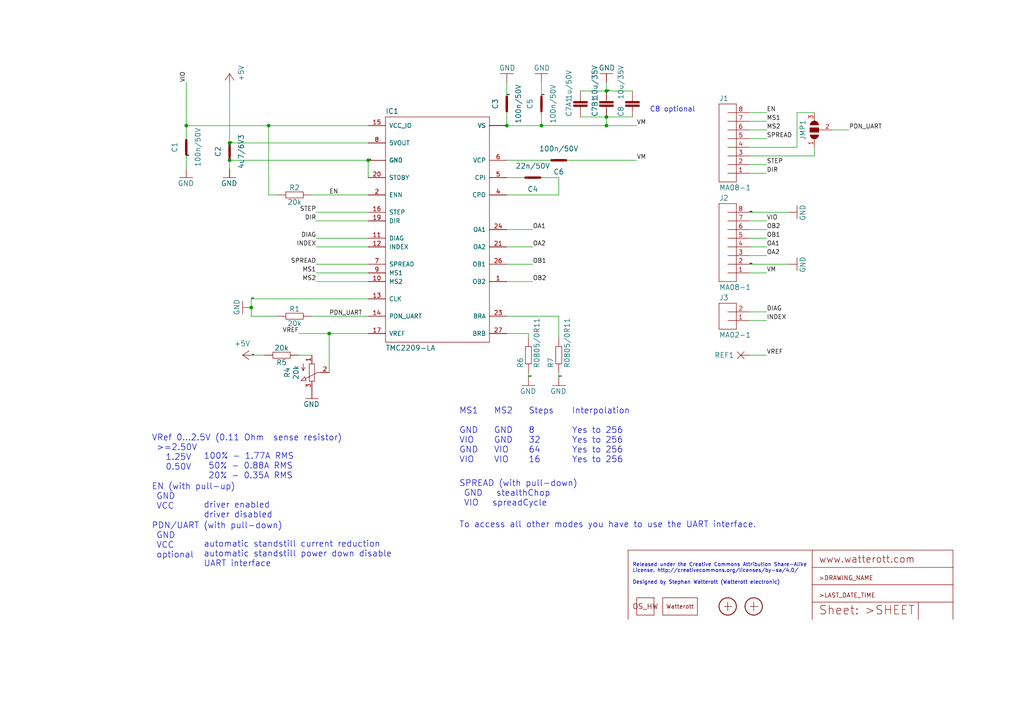
<source format=kicad_sch>
(kicad_sch (version 20230121) (generator eeschema)

  (uuid 96bd460c-35ef-409e-92d0-430644fe7564)

  (paper "User" 300.253 210.007)

  (lib_symbols
    (symbol "SilentStepStick-TMC2209_v20-eagle-import:+5V" (power) (pin_names (offset 1.016)) (in_bom yes) (on_board yes)
      (property "Reference" "#P+" (at 0 0 0)
        (effects (font (size 1.27 1.27)) hide)
      )
      (property "Value" "+5V" (at -2.54 -5.08 90)
        (effects (font (size 1.4986 1.4986)) (justify left bottom))
      )
      (property "Footprint" "" (at 0 0 0)
        (effects (font (size 1.27 1.27)) hide)
      )
      (property "Datasheet" "" (at 0 0 0)
        (effects (font (size 1.27 1.27)) hide)
      )
      (property "ki_locked" "" (at 0 0 0)
        (effects (font (size 1.27 1.27)))
      )
      (symbol "+5V_1_0"
        (polyline
          (pts
            (xy 0 0)
            (xy -1.27 -1.905)
          )
          (stroke (width 0) (type solid))
          (fill (type none))
        )
        (polyline
          (pts
            (xy 1.27 -1.905)
            (xy 0 0)
          )
          (stroke (width 0) (type solid))
          (fill (type none))
        )
        (pin power_in line (at 0 -2.54 90) (length 2.54)
          (name "+5V" (effects (font (size 0 0))))
          (number "1" (effects (font (size 0 0))))
        )
      )
    )
    (symbol "SilentStepStick-TMC2209_v20-eagle-import:C-EUC0805" (pin_names (offset 1.016)) (in_bom yes) (on_board yes)
      (property "Reference" "C" (at 1.524 0.381 0)
        (effects (font (size 1.4986 1.4986)) (justify left bottom))
      )
      (property "Value" "C-EUC0805" (at 1.524 -4.699 0)
        (effects (font (size 1.4986 1.4986)) (justify left bottom))
      )
      (property "Footprint" "" (at 0 0 0)
        (effects (font (size 1.27 1.27)) hide)
      )
      (property "Datasheet" "" (at 0 0 0)
        (effects (font (size 1.27 1.27)) hide)
      )
      (property "ki_locked" "" (at 0 0 0)
        (effects (font (size 1.27 1.27)))
      )
      (symbol "C-EUC0805_1_0"
        (rectangle (start -2.032 -2.032) (end 2.032 -1.524)
          (stroke (width 0) (type solid))
          (fill (type outline))
        )
        (rectangle (start -2.032 -1.016) (end 2.032 -0.508)
          (stroke (width 0) (type solid))
          (fill (type outline))
        )
        (polyline
          (pts
            (xy 0 -2.54)
            (xy 0 -2.032)
          )
          (stroke (width 0) (type solid))
          (fill (type none))
        )
        (polyline
          (pts
            (xy 0 0)
            (xy 0 -0.508)
          )
          (stroke (width 0) (type solid))
          (fill (type none))
        )
        (pin passive line (at 0 2.54 270) (length 2.54)
          (name "1" (effects (font (size 0 0))))
          (number "1" (effects (font (size 0 0))))
        )
        (pin passive line (at 0 -5.08 90) (length 2.54)
          (name "2" (effects (font (size 0 0))))
          (number "2" (effects (font (size 0 0))))
        )
      )
    )
    (symbol "SilentStepStick-TMC2209_v20-eagle-import:C-EUC1206" (pin_names (offset 1.016)) (in_bom yes) (on_board yes)
      (property "Reference" "C" (at 1.524 0.381 0)
        (effects (font (size 1.4986 1.4986)) (justify left bottom))
      )
      (property "Value" "C-EUC1206" (at 1.524 -4.699 0)
        (effects (font (size 1.4986 1.4986)) (justify left bottom))
      )
      (property "Footprint" "" (at 0 0 0)
        (effects (font (size 1.27 1.27)) hide)
      )
      (property "Datasheet" "" (at 0 0 0)
        (effects (font (size 1.27 1.27)) hide)
      )
      (property "ki_locked" "" (at 0 0 0)
        (effects (font (size 1.27 1.27)))
      )
      (symbol "C-EUC1206_1_0"
        (rectangle (start -2.032 -2.032) (end 2.032 -1.524)
          (stroke (width 0) (type solid))
          (fill (type outline))
        )
        (rectangle (start -2.032 -1.016) (end 2.032 -0.508)
          (stroke (width 0) (type solid))
          (fill (type outline))
        )
        (polyline
          (pts
            (xy 0 -2.54)
            (xy 0 -2.032)
          )
          (stroke (width 0) (type solid))
          (fill (type none))
        )
        (polyline
          (pts
            (xy 0 0)
            (xy 0 -0.508)
          )
          (stroke (width 0) (type solid))
          (fill (type none))
        )
        (pin passive line (at 0 2.54 270) (length 2.54)
          (name "1" (effects (font (size 0 0))))
          (number "1" (effects (font (size 0 0))))
        )
        (pin passive line (at 0 -5.08 90) (length 2.54)
          (name "2" (effects (font (size 0 0))))
          (number "2" (effects (font (size 0 0))))
        )
      )
    )
    (symbol "SilentStepStick-TMC2209_v20-eagle-import:CAPACITOR-0402" (pin_names (offset 1.016)) (in_bom yes) (on_board yes)
      (property "Reference" "C" (at 0 2.54 0)
        (effects (font (size 1.4986 1.4986)) (justify bottom))
      )
      (property "Value" "CAPACITOR-0402" (at 0 -2.54 0)
        (effects (font (size 1.4986 1.4986)) (justify top))
      )
      (property "Footprint" "" (at 0 0 0)
        (effects (font (size 1.27 1.27)) hide)
      )
      (property "Datasheet" "" (at 0 0 0)
        (effects (font (size 1.27 1.27)) hide)
      )
      (property "ki_locked" "" (at 0 0 0)
        (effects (font (size 1.27 1.27)))
      )
      (symbol "CAPACITOR-0402_1_0"
        (rectangle (start -2.286 -0.254) (end 1.27 0.254)
          (stroke (width 0) (type solid))
          (fill (type outline))
        )
        (rectangle (start -1.27 -0.254) (end 2.286 0.254)
          (stroke (width 0) (type solid))
          (fill (type outline))
        )
        (polyline
          (pts
            (xy -2.54 0)
            (xy -0.762 0)
          )
          (stroke (width 0) (type solid))
          (fill (type none))
        )
        (polyline
          (pts
            (xy 2.54 0)
            (xy 0.762 0)
          )
          (stroke (width 0) (type solid))
          (fill (type none))
        )
        (pin passive line (at -2.54 0 0) (length 0)
          (name "1" (effects (font (size 0 0))))
          (number "1" (effects (font (size 0 0))))
        )
        (pin passive line (at 2.54 0 180) (length 0)
          (name "2" (effects (font (size 0 0))))
          (number "2" (effects (font (size 0 0))))
        )
      )
    )
    (symbol "SilentStepStick-TMC2209_v20-eagle-import:FRAME-A4L" (pin_names (offset 1.016)) (in_bom yes) (on_board yes)
      (property "Reference" "#FRAME" (at 0 0 0)
        (effects (font (size 1.27 1.27)) hide)
      )
      (property "Value" "FRAME-A4L" (at 0 0 0)
        (effects (font (size 1.27 1.27)) hide)
      )
      (property "Footprint" "" (at 0 0 0)
        (effects (font (size 1.27 1.27)) hide)
      )
      (property "Datasheet" "" (at 0 0 0)
        (effects (font (size 1.27 1.27)) hide)
      )
      (property "ki_locked" "" (at 0 0 0)
        (effects (font (size 1.27 1.27)))
      )
      (symbol "FRAME-A4L_1_0"
        (polyline
          (pts
            (xy 161.29 3.81)
            (xy 161.29 24.13)
          )
          (stroke (width 0) (type solid))
          (fill (type none))
        )
        (polyline
          (pts
            (xy 161.29 24.13)
            (xy 215.265 24.13)
          )
          (stroke (width 0) (type solid))
          (fill (type none))
        )
        (polyline
          (pts
            (xy 215.265 8.89)
            (xy 215.265 3.81)
          )
          (stroke (width 0) (type solid))
          (fill (type none))
        )
        (polyline
          (pts
            (xy 215.265 8.89)
            (xy 215.265 13.97)
          )
          (stroke (width 0) (type solid))
          (fill (type none))
        )
        (polyline
          (pts
            (xy 215.265 13.97)
            (xy 215.265 19.05)
          )
          (stroke (width 0) (type solid))
          (fill (type none))
        )
        (polyline
          (pts
            (xy 215.265 13.97)
            (xy 256.54 13.97)
          )
          (stroke (width 0) (type solid))
          (fill (type none))
        )
        (polyline
          (pts
            (xy 215.265 19.05)
            (xy 215.265 24.13)
          )
          (stroke (width 0) (type solid))
          (fill (type none))
        )
        (polyline
          (pts
            (xy 215.265 19.05)
            (xy 256.54 19.05)
          )
          (stroke (width 0) (type solid))
          (fill (type none))
        )
        (polyline
          (pts
            (xy 215.265 24.13)
            (xy 256.54 24.13)
          )
          (stroke (width 0) (type solid))
          (fill (type none))
        )
        (polyline
          (pts
            (xy 246.38 3.81)
            (xy 246.38 8.89)
          )
          (stroke (width 0) (type solid))
          (fill (type none))
        )
        (polyline
          (pts
            (xy 246.38 8.89)
            (xy 215.265 8.89)
          )
          (stroke (width 0) (type solid))
          (fill (type none))
        )
        (polyline
          (pts
            (xy 246.38 8.89)
            (xy 256.54 8.89)
          )
          (stroke (width 0) (type solid))
          (fill (type none))
        )
        (polyline
          (pts
            (xy 256.54 3.81)
            (xy 256.54 8.89)
          )
          (stroke (width 0) (type solid))
          (fill (type none))
        )
        (polyline
          (pts
            (xy 256.54 8.89)
            (xy 256.54 13.97)
          )
          (stroke (width 0) (type solid))
          (fill (type none))
        )
        (polyline
          (pts
            (xy 256.54 13.97)
            (xy 256.54 19.05)
          )
          (stroke (width 0) (type solid))
          (fill (type none))
        )
        (polyline
          (pts
            (xy 256.54 19.05)
            (xy 256.54 24.13)
          )
          (stroke (width 0) (type solid))
          (fill (type none))
        )
        (text ">DRAWING_NAME" (at 217.17 15.24 0)
          (effects (font (size 1.27 1.27)) (justify left bottom))
        )
        (text ">LAST_DATE_TIME" (at 217.17 10.16 0)
          (effects (font (size 1.27 1.27)) (justify left bottom))
        )
        (text ">SHEET" (at 230.505 5.08 0)
          (effects (font (size 2.54 2.54)) (justify left bottom))
        )
        (text "Sheet:" (at 217.17 5.08 0)
          (effects (font (size 2.54 2.54)) (justify left bottom))
        )
        (text "www.watterott.com" (at 217.17 20.32 0)
          (effects (font (size 2.032 2.032)) (justify left bottom))
        )
      )
    )
    (symbol "SilentStepStick-TMC2209_v20-eagle-import:GND" (power) (pin_names (offset 1.016)) (in_bom yes) (on_board yes)
      (property "Reference" "#GND" (at 0 0 0)
        (effects (font (size 1.27 1.27)) hide)
      )
      (property "Value" "GND" (at -2.54 -2.54 0)
        (effects (font (size 1.4986 1.4986)) (justify left bottom))
      )
      (property "Footprint" "" (at 0 0 0)
        (effects (font (size 1.27 1.27)) hide)
      )
      (property "Datasheet" "" (at 0 0 0)
        (effects (font (size 1.27 1.27)) hide)
      )
      (property "ki_locked" "" (at 0 0 0)
        (effects (font (size 1.27 1.27)))
      )
      (symbol "GND_1_0"
        (polyline
          (pts
            (xy -1.905 0)
            (xy 1.905 0)
          )
          (stroke (width 0) (type solid))
          (fill (type none))
        )
        (pin power_in line (at 0 2.54 270) (length 2.54)
          (name "GND" (effects (font (size 0 0))))
          (number "1" (effects (font (size 0 0))))
        )
      )
    )
    (symbol "SilentStepStick-TMC2209_v20-eagle-import:JUMPER3-0402-NC" (pin_names (offset 1.016)) (in_bom yes) (on_board yes)
      (property "Reference" "J" (at 2.54 0 90)
        (effects (font (size 1.4986 1.4986)) (justify top))
      )
      (property "Value" "JUMPER3-0402-NC" (at 0 0 0)
        (effects (font (size 1.27 1.27)) hide)
      )
      (property "Footprint" "" (at 0 0 0)
        (effects (font (size 1.27 1.27)) hide)
      )
      (property "Datasheet" "" (at 0 0 0)
        (effects (font (size 1.27 1.27)) hide)
      )
      (property "ki_locked" "" (at 0 0 0)
        (effects (font (size 1.27 1.27)))
      )
      (symbol "JUMPER3-0402-NC_1_0"
        (arc (start -1.27 -1.397) (mid 0 -2.667) (end 1.27 -1.397)
          (stroke (width 0.0254) (type solid))
          (fill (type outline))
        )
        (rectangle (start -1.27 -0.635) (end 1.27 0.635)
          (stroke (width 0) (type solid))
          (fill (type outline))
        )
        (polyline
          (pts
            (xy -2.54 0)
            (xy -1.27 0)
          )
          (stroke (width 0) (type solid))
          (fill (type none))
        )
        (polyline
          (pts
            (xy -1.27 -0.635)
            (xy -1.27 0)
          )
          (stroke (width 0) (type solid))
          (fill (type none))
        )
        (polyline
          (pts
            (xy -1.27 0)
            (xy -1.27 0.635)
          )
          (stroke (width 0) (type solid))
          (fill (type none))
        )
        (polyline
          (pts
            (xy -1.27 0.635)
            (xy 1.27 0.635)
          )
          (stroke (width 0) (type solid))
          (fill (type none))
        )
        (polyline
          (pts
            (xy 1.27 -0.635)
            (xy -1.27 -0.635)
          )
          (stroke (width 0) (type solid))
          (fill (type none))
        )
        (polyline
          (pts
            (xy 1.27 0.635)
            (xy 1.27 -0.635)
          )
          (stroke (width 0) (type solid))
          (fill (type none))
        )
        (arc (start 1.27 1.397) (mid 0 2.667) (end -1.27 1.397)
          (stroke (width 0.0254) (type solid))
          (fill (type outline))
        )
        (pin passive line (at 0 5.08 270) (length 2.54)
          (name "1" (effects (font (size 0 0))))
          (number "1" (effects (font (size 1.27 1.27))))
        )
        (pin passive line (at -5.08 0 0) (length 2.54)
          (name "2" (effects (font (size 0 0))))
          (number "2" (effects (font (size 1.27 1.27))))
        )
        (pin passive line (at 0 -5.08 90) (length 2.54)
          (name "3" (effects (font (size 0 0))))
          (number "3" (effects (font (size 1.27 1.27))))
        )
      )
    )
    (symbol "SilentStepStick-TMC2209_v20-eagle-import:LOGO_OSHW-2" (pin_names (offset 1.016)) (in_bom yes) (on_board yes)
      (property "Reference" "LOGO" (at 0 0 0)
        (effects (font (size 1.27 1.27)) hide)
      )
      (property "Value" "LOGO_OSHW-2" (at 0 0 0)
        (effects (font (size 1.27 1.27)) hide)
      )
      (property "Footprint" "" (at 0 0 0)
        (effects (font (size 1.27 1.27)) hide)
      )
      (property "Datasheet" "" (at 0 0 0)
        (effects (font (size 1.27 1.27)) hide)
      )
      (property "ki_locked" "" (at 0 0 0)
        (effects (font (size 1.27 1.27)))
      )
      (symbol "LOGO_OSHW-2_1_0"
        (polyline
          (pts
            (xy -2.54 -2.54)
            (xy -2.54 2.54)
          )
          (stroke (width 0) (type solid))
          (fill (type none))
        )
        (polyline
          (pts
            (xy -2.54 2.54)
            (xy 2.54 2.54)
          )
          (stroke (width 0) (type solid))
          (fill (type none))
        )
        (polyline
          (pts
            (xy 2.54 -2.54)
            (xy -2.54 -2.54)
          )
          (stroke (width 0) (type solid))
          (fill (type none))
        )
        (polyline
          (pts
            (xy 2.54 2.54)
            (xy 2.54 -2.54)
          )
          (stroke (width 0) (type solid))
          (fill (type none))
        )
        (text "OS_HW" (at 0 0 0)
          (effects (font (size 1.4986 1.4986)))
        )
      )
    )
    (symbol "SilentStepStick-TMC2209_v20-eagle-import:LOGO_SPARK-2" (pin_names (offset 1.016)) (in_bom yes) (on_board yes)
      (property "Reference" "LOGO" (at 0 0 0)
        (effects (font (size 1.27 1.27)) hide)
      )
      (property "Value" "LOGO_SPARK-2" (at 0 0 0)
        (effects (font (size 1.27 1.27)) hide)
      )
      (property "Footprint" "" (at 0 0 0)
        (effects (font (size 1.27 1.27)) hide)
      )
      (property "Datasheet" "" (at 0 0 0)
        (effects (font (size 1.27 1.27)) hide)
      )
      (property "ki_locked" "" (at 0 0 0)
        (effects (font (size 1.27 1.27)))
      )
      (symbol "LOGO_SPARK-2_1_0"
        (polyline
          (pts
            (xy -5.08 -2.54)
            (xy -5.08 2.54)
          )
          (stroke (width 0) (type solid))
          (fill (type none))
        )
        (polyline
          (pts
            (xy -5.08 2.54)
            (xy 5.08 2.54)
          )
          (stroke (width 0) (type solid))
          (fill (type none))
        )
        (polyline
          (pts
            (xy 5.08 -2.54)
            (xy -5.08 -2.54)
          )
          (stroke (width 0) (type solid))
          (fill (type none))
        )
        (polyline
          (pts
            (xy 5.08 2.54)
            (xy 5.08 -2.54)
          )
          (stroke (width 0) (type solid))
          (fill (type none))
        )
        (text "Watterott" (at 0 0 0)
          (effects (font (size 1.1938 1.1938)))
        )
      )
    )
    (symbol "SilentStepStick-TMC2209_v20-eagle-import:MA02-1" (pin_names (offset 1.016)) (in_bom yes) (on_board yes)
      (property "Reference" "J" (at -1.27 3.302 0)
        (effects (font (size 1.4986 1.4986)) (justify left bottom))
      )
      (property "Value" "MA02-1" (at -1.27 -7.62 0)
        (effects (font (size 1.4986 1.4986)) (justify left bottom))
      )
      (property "Footprint" "" (at 0 0 0)
        (effects (font (size 1.27 1.27)) hide)
      )
      (property "Datasheet" "" (at 0 0 0)
        (effects (font (size 1.27 1.27)) hide)
      )
      (property "ki_locked" "" (at 0 0 0)
        (effects (font (size 1.27 1.27)))
      )
      (symbol "MA02-1_1_0"
        (polyline
          (pts
            (xy -1.27 2.54)
            (xy -1.27 -5.08)
          )
          (stroke (width 0) (type solid))
          (fill (type none))
        )
        (polyline
          (pts
            (xy -1.27 2.54)
            (xy 3.81 2.54)
          )
          (stroke (width 0) (type solid))
          (fill (type none))
        )
        (polyline
          (pts
            (xy 1.27 -2.54)
            (xy 2.54 -2.54)
          )
          (stroke (width 0) (type solid))
          (fill (type none))
        )
        (polyline
          (pts
            (xy 1.27 0)
            (xy 2.54 0)
          )
          (stroke (width 0) (type solid))
          (fill (type none))
        )
        (polyline
          (pts
            (xy 3.81 -5.08)
            (xy -1.27 -5.08)
          )
          (stroke (width 0) (type solid))
          (fill (type none))
        )
        (polyline
          (pts
            (xy 3.81 -5.08)
            (xy 3.81 2.54)
          )
          (stroke (width 0) (type solid))
          (fill (type none))
        )
        (pin passive line (at 7.62 -2.54 180) (length 5.08)
          (name "1" (effects (font (size 0 0))))
          (number "1" (effects (font (size 1.27 1.27))))
        )
        (pin passive line (at 7.62 0 180) (length 5.08)
          (name "2" (effects (font (size 0 0))))
          (number "2" (effects (font (size 1.27 1.27))))
        )
      )
    )
    (symbol "SilentStepStick-TMC2209_v20-eagle-import:MA08-1" (pin_names (offset 1.016)) (in_bom yes) (on_board yes)
      (property "Reference" "J" (at -1.27 13.462 0)
        (effects (font (size 1.4986 1.4986)) (justify left bottom))
      )
      (property "Value" "MA08-1" (at -1.27 -12.7 0)
        (effects (font (size 1.4986 1.4986)) (justify left bottom))
      )
      (property "Footprint" "" (at 0 0 0)
        (effects (font (size 1.27 1.27)) hide)
      )
      (property "Datasheet" "" (at 0 0 0)
        (effects (font (size 1.27 1.27)) hide)
      )
      (property "ki_locked" "" (at 0 0 0)
        (effects (font (size 1.27 1.27)))
      )
      (symbol "MA08-1_1_0"
        (polyline
          (pts
            (xy -1.27 12.7)
            (xy -1.27 -10.16)
          )
          (stroke (width 0) (type solid))
          (fill (type none))
        )
        (polyline
          (pts
            (xy -1.27 12.7)
            (xy 3.81 12.7)
          )
          (stroke (width 0) (type solid))
          (fill (type none))
        )
        (polyline
          (pts
            (xy 1.27 -7.62)
            (xy 2.54 -7.62)
          )
          (stroke (width 0) (type solid))
          (fill (type none))
        )
        (polyline
          (pts
            (xy 1.27 -5.08)
            (xy 2.54 -5.08)
          )
          (stroke (width 0) (type solid))
          (fill (type none))
        )
        (polyline
          (pts
            (xy 1.27 -2.54)
            (xy 2.54 -2.54)
          )
          (stroke (width 0) (type solid))
          (fill (type none))
        )
        (polyline
          (pts
            (xy 1.27 0)
            (xy 2.54 0)
          )
          (stroke (width 0) (type solid))
          (fill (type none))
        )
        (polyline
          (pts
            (xy 1.27 2.54)
            (xy 2.54 2.54)
          )
          (stroke (width 0) (type solid))
          (fill (type none))
        )
        (polyline
          (pts
            (xy 1.27 5.08)
            (xy 2.54 5.08)
          )
          (stroke (width 0) (type solid))
          (fill (type none))
        )
        (polyline
          (pts
            (xy 1.27 7.62)
            (xy 2.54 7.62)
          )
          (stroke (width 0) (type solid))
          (fill (type none))
        )
        (polyline
          (pts
            (xy 1.27 10.16)
            (xy 2.54 10.16)
          )
          (stroke (width 0) (type solid))
          (fill (type none))
        )
        (polyline
          (pts
            (xy 3.81 -10.16)
            (xy -1.27 -10.16)
          )
          (stroke (width 0) (type solid))
          (fill (type none))
        )
        (polyline
          (pts
            (xy 3.81 -10.16)
            (xy 3.81 12.7)
          )
          (stroke (width 0) (type solid))
          (fill (type none))
        )
        (pin passive line (at 7.62 -7.62 180) (length 5.08)
          (name "1" (effects (font (size 0 0))))
          (number "1" (effects (font (size 1.27 1.27))))
        )
        (pin passive line (at 7.62 -5.08 180) (length 5.08)
          (name "2" (effects (font (size 0 0))))
          (number "2" (effects (font (size 1.27 1.27))))
        )
        (pin passive line (at 7.62 -2.54 180) (length 5.08)
          (name "3" (effects (font (size 0 0))))
          (number "3" (effects (font (size 1.27 1.27))))
        )
        (pin passive line (at 7.62 0 180) (length 5.08)
          (name "4" (effects (font (size 0 0))))
          (number "4" (effects (font (size 1.27 1.27))))
        )
        (pin passive line (at 7.62 2.54 180) (length 5.08)
          (name "5" (effects (font (size 0 0))))
          (number "5" (effects (font (size 1.27 1.27))))
        )
        (pin passive line (at 7.62 5.08 180) (length 5.08)
          (name "6" (effects (font (size 0 0))))
          (number "6" (effects (font (size 1.27 1.27))))
        )
        (pin passive line (at 7.62 7.62 180) (length 5.08)
          (name "7" (effects (font (size 0 0))))
          (number "7" (effects (font (size 1.27 1.27))))
        )
        (pin passive line (at 7.62 10.16 180) (length 5.08)
          (name "8" (effects (font (size 0 0))))
          (number "8" (effects (font (size 1.27 1.27))))
        )
      )
    )
    (symbol "SilentStepStick-TMC2209_v20-eagle-import:PAD-0.6-1.1" (pin_names (offset 1.016)) (in_bom yes) (on_board yes)
      (property "Reference" "X" (at -1.905 0 0)
        (effects (font (size 1.4986 1.4986)) (justify right))
      )
      (property "Value" "PAD-0.6-1.1" (at 0 0 0)
        (effects (font (size 1.27 1.27)) hide)
      )
      (property "Footprint" "" (at 0 0 0)
        (effects (font (size 1.27 1.27)) hide)
      )
      (property "Datasheet" "" (at 0 0 0)
        (effects (font (size 1.27 1.27)) hide)
      )
      (property "ki_locked" "" (at 0 0 0)
        (effects (font (size 1.27 1.27)))
      )
      (symbol "PAD-0.6-1.1_1_0"
        (polyline
          (pts
            (xy -1.016 -1.016)
            (xy 1.016 1.016)
          )
          (stroke (width 0) (type solid))
          (fill (type none))
        )
        (polyline
          (pts
            (xy -1.016 1.016)
            (xy 1.016 -1.016)
          )
          (stroke (width 0) (type solid))
          (fill (type none))
        )
        (pin passive line (at 2.54 0 180) (length 2.54)
          (name "P" (effects (font (size 0 0))))
          (number "1" (effects (font (size 0 0))))
        )
      )
    )
    (symbol "SilentStepStick-TMC2209_v20-eagle-import:PASSER-04" (pin_names (offset 1.016)) (in_bom yes) (on_board yes)
      (property "Reference" "X" (at 0 0 0)
        (effects (font (size 1.27 1.27)) hide)
      )
      (property "Value" "PASSER-04" (at 0 0 0)
        (effects (font (size 1.27 1.27)) hide)
      )
      (property "Footprint" "" (at 0 0 0)
        (effects (font (size 1.27 1.27)) hide)
      )
      (property "Datasheet" "" (at 0 0 0)
        (effects (font (size 1.27 1.27)) hide)
      )
      (property "ki_locked" "" (at 0 0 0)
        (effects (font (size 1.27 1.27)))
      )
      (symbol "PASSER-04_1_0"
        (polyline
          (pts
            (xy -1.016 0)
            (xy 1.27 0)
          )
          (stroke (width 0) (type solid))
          (fill (type none))
        )
        (polyline
          (pts
            (xy 0 1.27)
            (xy 0 -1.27)
          )
          (stroke (width 0) (type solid))
          (fill (type none))
        )
        (circle (center 0 0) (radius 2.54)
          (stroke (width 0.254) (type solid))
          (fill (type none))
        )
      )
    )
    (symbol "SilentStepStick-TMC2209_v20-eagle-import:POT-EVM3R" (pin_names (offset 1.016)) (in_bom yes) (on_board yes)
      (property "Reference" "R" (at -6.35 0 90)
        (effects (font (size 1.4986 1.4986)) (justify bottom))
      )
      (property "Value" "POT-EVM3R" (at -3.81 0 90)
        (effects (font (size 1.4986 1.4986)) (justify bottom))
      )
      (property "Footprint" "" (at 0 0 0)
        (effects (font (size 1.27 1.27)) hide)
      )
      (property "Datasheet" "" (at 0 0 0)
        (effects (font (size 1.27 1.27)) hide)
      )
      (property "ki_locked" "" (at 0 0 0)
        (effects (font (size 1.27 1.27)))
      )
      (symbol "POT-EVM3R_1_0"
        (polyline
          (pts
            (xy -3.175 2.4384)
            (xy -1.7018 2.2352)
          )
          (stroke (width 0) (type solid))
          (fill (type none))
        )
        (polyline
          (pts
            (xy -2.54 -2.54)
            (xy -2.54 -0.508)
          )
          (stroke (width 0) (type solid))
          (fill (type none))
        )
        (polyline
          (pts
            (xy -2.54 -0.508)
            (xy -3.048 -1.524)
          )
          (stroke (width 0) (type solid))
          (fill (type none))
        )
        (polyline
          (pts
            (xy -2.54 -0.508)
            (xy -2.032 -1.524)
          )
          (stroke (width 0) (type solid))
          (fill (type none))
        )
        (polyline
          (pts
            (xy -2.159 1.27)
            (xy -3.175 2.4384)
          )
          (stroke (width 0) (type solid))
          (fill (type none))
        )
        (polyline
          (pts
            (xy -2.159 1.27)
            (xy -1.7018 2.2352)
          )
          (stroke (width 0) (type solid))
          (fill (type none))
        )
        (polyline
          (pts
            (xy -0.762 -2.54)
            (xy 0.762 -2.54)
          )
          (stroke (width 0) (type solid))
          (fill (type none))
        )
        (polyline
          (pts
            (xy -0.762 2.54)
            (xy -0.762 -2.54)
          )
          (stroke (width 0) (type solid))
          (fill (type none))
        )
        (polyline
          (pts
            (xy 0.762 -2.54)
            (xy 0.762 2.54)
          )
          (stroke (width 0) (type solid))
          (fill (type none))
        )
        (polyline
          (pts
            (xy 0.762 2.54)
            (xy -0.762 2.54)
          )
          (stroke (width 0) (type solid))
          (fill (type none))
        )
        (polyline
          (pts
            (xy 1.651 0)
            (xy -1.8796 1.7526)
          )
          (stroke (width 0) (type solid))
          (fill (type none))
        )
        (polyline
          (pts
            (xy 2.54 0)
            (xy 1.651 0)
          )
          (stroke (width 0) (type solid))
          (fill (type none))
        )
        (pin passive line (at 0 -5.08 90) (length 2.54)
          (name "A" (effects (font (size 0 0))))
          (number "1" (effects (font (size 1.27 1.27))))
        )
        (pin passive line (at 5.08 0 180) (length 2.54)
          (name "S" (effects (font (size 0 0))))
          (number "2" (effects (font (size 1.27 1.27))))
        )
        (pin passive line (at 0 5.08 270) (length 2.54)
          (name "E" (effects (font (size 0 0))))
          (number "3" (effects (font (size 1.27 1.27))))
        )
      )
    )
    (symbol "SilentStepStick-TMC2209_v20-eagle-import:R-EU_M0805" (pin_names (offset 1.016)) (in_bom yes) (on_board yes)
      (property "Reference" "R" (at -3.81 1.4986 0)
        (effects (font (size 1.4986 1.4986)) (justify left bottom))
      )
      (property "Value" "R-EU_M0805" (at -3.81 -3.302 0)
        (effects (font (size 1.4986 1.4986)) (justify left bottom))
      )
      (property "Footprint" "" (at 0 0 0)
        (effects (font (size 1.27 1.27)) hide)
      )
      (property "Datasheet" "" (at 0 0 0)
        (effects (font (size 1.27 1.27)) hide)
      )
      (property "ki_locked" "" (at 0 0 0)
        (effects (font (size 1.27 1.27)))
      )
      (symbol "R-EU_M0805_1_0"
        (polyline
          (pts
            (xy -2.54 -0.889)
            (xy -2.54 0.889)
          )
          (stroke (width 0) (type solid))
          (fill (type none))
        )
        (polyline
          (pts
            (xy -2.54 -0.889)
            (xy 2.54 -0.889)
          )
          (stroke (width 0) (type solid))
          (fill (type none))
        )
        (polyline
          (pts
            (xy 2.54 -0.889)
            (xy 2.54 0.889)
          )
          (stroke (width 0) (type solid))
          (fill (type none))
        )
        (polyline
          (pts
            (xy 2.54 0.889)
            (xy -2.54 0.889)
          )
          (stroke (width 0) (type solid))
          (fill (type none))
        )
        (pin passive line (at -5.08 0 0) (length 2.54)
          (name "1" (effects (font (size 0 0))))
          (number "1" (effects (font (size 0 0))))
        )
        (pin passive line (at 5.08 0 180) (length 2.54)
          (name "2" (effects (font (size 0 0))))
          (number "2" (effects (font (size 0 0))))
        )
      )
    )
    (symbol "SilentStepStick-TMC2209_v20-eagle-import:RESISTOR-0402" (pin_names (offset 1.016)) (in_bom yes) (on_board yes)
      (property "Reference" "R" (at 0 1.27 0)
        (effects (font (size 1.4986 1.4986)) (justify bottom))
      )
      (property "Value" "RESISTOR-0402" (at 0 -1.27 0)
        (effects (font (size 1.4986 1.4986)) (justify top))
      )
      (property "Footprint" "" (at 0 0 0)
        (effects (font (size 1.27 1.27)) hide)
      )
      (property "Datasheet" "" (at 0 0 0)
        (effects (font (size 1.27 1.27)) hide)
      )
      (property "ki_locked" "" (at 0 0 0)
        (effects (font (size 1.27 1.27)))
      )
      (symbol "RESISTOR-0402_1_0"
        (polyline
          (pts
            (xy -2.54 -0.889)
            (xy -2.54 0.889)
          )
          (stroke (width 0) (type solid))
          (fill (type none))
        )
        (polyline
          (pts
            (xy -2.54 0.889)
            (xy 2.54 0.889)
          )
          (stroke (width 0) (type solid))
          (fill (type none))
        )
        (polyline
          (pts
            (xy 2.54 -0.889)
            (xy -2.54 -0.889)
          )
          (stroke (width 0) (type solid))
          (fill (type none))
        )
        (polyline
          (pts
            (xy 2.54 0.889)
            (xy 2.54 -0.889)
          )
          (stroke (width 0) (type solid))
          (fill (type none))
        )
        (pin passive line (at -5.08 0 0) (length 2.54)
          (name "1" (effects (font (size 0 0))))
          (number "1" (effects (font (size 0 0))))
        )
        (pin passive line (at 5.08 0 180) (length 2.54)
          (name "2" (effects (font (size 0 0))))
          (number "2" (effects (font (size 0 0))))
        )
      )
    )
    (symbol "SilentStepStick-TMC2209_v20-eagle-import:TMC2209-LA" (pin_names (offset 1.016)) (in_bom yes) (on_board yes)
      (property "Reference" "IC" (at -15.24 35.56 0)
        (effects (font (size 1.4986 1.4986)) (justify left top))
      )
      (property "Value" "TMC2209-LA" (at -15.24 -35.56 0)
        (effects (font (size 1.4986 1.4986)) (justify left bottom))
      )
      (property "Footprint" "" (at 0 0 0)
        (effects (font (size 1.27 1.27)) hide)
      )
      (property "Datasheet" "" (at 0 0 0)
        (effects (font (size 1.27 1.27)) hide)
      )
      (property "ki_locked" "" (at 0 0 0)
        (effects (font (size 1.27 1.27)))
      )
      (symbol "TMC2209-LA_1_0"
        (polyline
          (pts
            (xy -15.24 -33.02)
            (xy 15.24 -33.02)
          )
          (stroke (width 0) (type solid))
          (fill (type none))
        )
        (polyline
          (pts
            (xy -15.24 33.02)
            (xy -15.24 -33.02)
          )
          (stroke (width 0) (type solid))
          (fill (type none))
        )
        (polyline
          (pts
            (xy 15.24 -33.02)
            (xy 15.24 33.02)
          )
          (stroke (width 0) (type solid))
          (fill (type none))
        )
        (polyline
          (pts
            (xy 15.24 33.02)
            (xy -15.24 33.02)
          )
          (stroke (width 0) (type solid))
          (fill (type none))
        )
        (pin output line (at 20.32 -15.24 180) (length 5.08)
          (name "OB2" (effects (font (size 1.27 1.27))))
          (number "1" (effects (font (size 1.27 1.27))))
        )
        (pin bidirectional line (at -20.32 -15.24 0) (length 5.08)
          (name "MS2" (effects (font (size 1.27 1.27))))
          (number "10" (effects (font (size 1.27 1.27))))
        )
        (pin bidirectional line (at -20.32 -2.54 0) (length 5.08)
          (name "DIAG" (effects (font (size 1.27 1.27))))
          (number "11" (effects (font (size 1.27 1.27))))
        )
        (pin bidirectional line (at -20.32 -5.08 0) (length 5.08)
          (name "INDEX" (effects (font (size 1.27 1.27))))
          (number "12" (effects (font (size 1.27 1.27))))
        )
        (pin bidirectional line (at -20.32 -20.32 0) (length 5.08)
          (name "CLK" (effects (font (size 1.27 1.27))))
          (number "13" (effects (font (size 1.27 1.27))))
        )
        (pin bidirectional line (at -20.32 -25.4 0) (length 5.08)
          (name "PDN_UART" (effects (font (size 1.27 1.27))))
          (number "14" (effects (font (size 1.27 1.27))))
        )
        (pin power_in line (at -20.32 30.48 0) (length 5.08)
          (name "VCC_IO" (effects (font (size 1.27 1.27))))
          (number "15" (effects (font (size 1.27 1.27))))
        )
        (pin bidirectional line (at -20.32 5.08 0) (length 5.08)
          (name "STEP" (effects (font (size 1.27 1.27))))
          (number "16" (effects (font (size 1.27 1.27))))
        )
        (pin passive line (at -20.32 -30.48 0) (length 5.08)
          (name "VREF" (effects (font (size 1.27 1.27))))
          (number "17" (effects (font (size 1.27 1.27))))
        )
        (pin power_in line (at -20.32 20.32 0) (length 5.08)
          (name "GND" (effects (font (size 1.27 1.27))))
          (number "18" (effects (font (size 0 0))))
        )
        (pin bidirectional line (at -20.32 2.54 0) (length 5.08)
          (name "DIR" (effects (font (size 1.27 1.27))))
          (number "19" (effects (font (size 1.27 1.27))))
        )
        (pin bidirectional line (at -20.32 10.16 0) (length 5.08)
          (name "ENN" (effects (font (size 1.27 1.27))))
          (number "2" (effects (font (size 1.27 1.27))))
        )
        (pin bidirectional line (at -20.32 15.24 0) (length 5.08)
          (name "STDBY" (effects (font (size 1.27 1.27))))
          (number "20" (effects (font (size 1.27 1.27))))
        )
        (pin output line (at 20.32 -5.08 180) (length 5.08)
          (name "OA2" (effects (font (size 1.27 1.27))))
          (number "21" (effects (font (size 1.27 1.27))))
        )
        (pin power_in line (at 20.32 30.48 180) (length 5.08)
          (name "VS" (effects (font (size 1.27 1.27))))
          (number "22" (effects (font (size 0 0))))
        )
        (pin output line (at 20.32 -25.4 180) (length 5.08)
          (name "BRA" (effects (font (size 1.27 1.27))))
          (number "23" (effects (font (size 1.27 1.27))))
        )
        (pin output line (at 20.32 0 180) (length 5.08)
          (name "OA1" (effects (font (size 1.27 1.27))))
          (number "24" (effects (font (size 1.27 1.27))))
        )
        (pin output line (at 20.32 -10.16 180) (length 5.08)
          (name "OB1" (effects (font (size 1.27 1.27))))
          (number "26" (effects (font (size 1.27 1.27))))
        )
        (pin output line (at 20.32 -30.48 180) (length 5.08)
          (name "BRB" (effects (font (size 1.27 1.27))))
          (number "27" (effects (font (size 1.27 1.27))))
        )
        (pin power_in line (at 20.32 30.48 180) (length 5.08)
          (name "VS" (effects (font (size 1.27 1.27))))
          (number "28" (effects (font (size 0 0))))
        )
        (pin power_in line (at -20.32 20.32 0) (length 5.08)
          (name "GND" (effects (font (size 1.27 1.27))))
          (number "3" (effects (font (size 0 0))))
        )
        (pin passive line (at 20.32 10.16 180) (length 5.08)
          (name "CPO" (effects (font (size 1.27 1.27))))
          (number "4" (effects (font (size 1.27 1.27))))
        )
        (pin passive line (at 20.32 15.24 180) (length 5.08)
          (name "CPI" (effects (font (size 1.27 1.27))))
          (number "5" (effects (font (size 1.27 1.27))))
        )
        (pin passive line (at 20.32 20.32 180) (length 5.08)
          (name "VCP" (effects (font (size 1.27 1.27))))
          (number "6" (effects (font (size 1.27 1.27))))
        )
        (pin bidirectional line (at -20.32 -10.16 0) (length 5.08)
          (name "SPREAD" (effects (font (size 1.27 1.27))))
          (number "7" (effects (font (size 1.27 1.27))))
        )
        (pin power_in line (at -20.32 25.4 0) (length 5.08)
          (name "5VOUT" (effects (font (size 1.27 1.27))))
          (number "8" (effects (font (size 1.27 1.27))))
        )
        (pin bidirectional line (at -20.32 -12.7 0) (length 5.08)
          (name "MS1" (effects (font (size 1.27 1.27))))
          (number "9" (effects (font (size 1.27 1.27))))
        )
        (pin power_in line (at -20.32 20.32 0) (length 5.08)
          (name "GND" (effects (font (size 1.27 1.27))))
          (number "TP" (effects (font (size 0 0))))
        )
      )
    )
  )

  (junction (at 54.61 36.83) (diameter 0) (color 0 0 0 0)
    (uuid 06b91a99-c539-4012-87d9-155087865060)
  )
  (junction (at 67.31 46.99) (diameter 0) (color 0 0 0 0)
    (uuid 0fafccbd-5df4-42eb-87ea-3e6887576b92)
  )
  (junction (at 107.95 46.99) (diameter 0) (color 0 0 0 0)
    (uuid 11339cdb-d469-4d76-8784-26cbab4ce441)
  )
  (junction (at 96.52 97.79) (diameter 0) (color 0 0 0 0)
    (uuid 197fc0c2-3f65-4161-80b7-3d2fa7d4ccb6)
  )
  (junction (at 78.74 36.83) (diameter 0) (color 0 0 0 0)
    (uuid 2832738b-afa8-4067-bf47-b79549e71789)
  )
  (junction (at 177.8 26.67) (diameter 0) (color 0 0 0 0)
    (uuid 40431fa2-2b9f-450d-83db-d52a3caf9846)
  )
  (junction (at 177.8 36.83) (diameter 0) (color 0 0 0 0)
    (uuid 8c470dd7-0bd5-4c8e-bcb2-b5c642572cc9)
  )
  (junction (at 67.31 41.91) (diameter 0) (color 0 0 0 0)
    (uuid c68cff71-f927-4884-95cf-acef00b0986b)
  )
  (junction (at 148.59 36.83) (diameter 0) (color 0 0 0 0)
    (uuid e253f168-a861-4ebd-b3b6-696d21543b99)
  )
  (junction (at 177.8 34.29) (diameter 0) (color 0 0 0 0)
    (uuid ebdbc280-1e7e-4f95-be60-7b009edeabcb)
  )
  (junction (at 73.66 90.17) (diameter 0) (color 0 0 0 0)
    (uuid ecc19d5c-9002-44be-9e2a-5e1a1126d74c)
  )
  (junction (at 158.75 36.83) (diameter 0) (color 0 0 0 0)
    (uuid f22b8ab3-d04f-4c1c-a108-ab88bdac072c)
  )

  (wire (pts (xy 148.59 52.07) (xy 153.67 52.07))
    (stroke (width 0) (type default))
    (uuid 05538a97-0beb-470c-b212-cbfba3e0e481)
  )
  (wire (pts (xy 148.59 97.79) (xy 154.94 97.79))
    (stroke (width 0) (type default))
    (uuid 0a540b33-e40d-490d-b8f7-cd90b8735236)
  )
  (wire (pts (xy 185.42 34.29) (xy 177.8 34.29))
    (stroke (width 0) (type default))
    (uuid 0e2684e2-181c-4e4e-b2c7-ea1ecfc88063)
  )
  (wire (pts (xy 107.95 62.23) (xy 92.71 62.23))
    (stroke (width 0) (type default))
    (uuid 195ee305-8b70-4a95-82e8-b05410c668b9)
  )
  (wire (pts (xy 219.71 69.85) (xy 224.79 69.85))
    (stroke (width 0) (type default))
    (uuid 1987cac2-97a6-4b3d-af2f-b0070e77fe5d)
  )
  (wire (pts (xy 219.71 35.56) (xy 224.79 35.56))
    (stroke (width 0) (type default))
    (uuid 1b6b60e9-15af-4791-a3ff-a9c0353df35b)
  )
  (wire (pts (xy 148.59 77.47) (xy 156.21 77.47))
    (stroke (width 0) (type default))
    (uuid 24aaec5c-c2a3-48bf-a828-e7827c3bc66a)
  )
  (wire (pts (xy 107.95 77.47) (xy 92.71 77.47))
    (stroke (width 0) (type default))
    (uuid 25ce386d-4a74-4ba4-a6e8-8ee28df5568f)
  )
  (wire (pts (xy 107.95 80.01) (xy 92.71 80.01))
    (stroke (width 0) (type default))
    (uuid 28a6397b-5cb0-4dee-8c7b-794a469210eb)
  )
  (wire (pts (xy 107.95 36.83) (xy 78.74 36.83))
    (stroke (width 0) (type default))
    (uuid 2990d3eb-bfa8-4d1e-ab3c-5b64e6bed480)
  )
  (wire (pts (xy 148.59 92.71) (xy 163.83 92.71))
    (stroke (width 0) (type default))
    (uuid 30df3cfd-ae71-4733-9600-0b31270b44f0)
  )
  (wire (pts (xy 54.61 36.83) (xy 54.61 40.64))
    (stroke (width 0) (type default))
    (uuid 31cde933-d16b-4c71-a910-23e10ee5ded1)
  )
  (wire (pts (xy 224.79 40.64) (xy 219.71 40.64))
    (stroke (width 0) (type default))
    (uuid 3610a8b9-4785-49b9-a77e-fcabdf5dc3f7)
  )
  (wire (pts (xy 107.95 64.77) (xy 92.71 64.77))
    (stroke (width 0) (type default))
    (uuid 38ceb588-783c-47bf-9a5e-2d75f2d59a35)
  )
  (wire (pts (xy 163.83 57.15) (xy 163.83 52.07))
    (stroke (width 0) (type default))
    (uuid 413dea4a-e239-4f1f-81f4-916ceb02c3fb)
  )
  (wire (pts (xy 177.8 34.29) (xy 177.8 36.83))
    (stroke (width 0) (type default))
    (uuid 46eab6d8-fd5d-4137-a101-026a5a1486e0)
  )
  (wire (pts (xy 233.68 33.02) (xy 238.76 33.02))
    (stroke (width 0) (type default))
    (uuid 47f6c5c8-59a8-4cd4-870a-ecec202a585b)
  )
  (wire (pts (xy 67.31 49.53) (xy 67.31 46.99))
    (stroke (width 0) (type default))
    (uuid 4cc6b387-8772-4079-b0d5-02d7627802ed)
  )
  (wire (pts (xy 148.59 36.83) (xy 158.75 36.83))
    (stroke (width 0) (type default))
    (uuid 4d672c40-3e07-43cd-b2e6-ece9c6ca44f0)
  )
  (wire (pts (xy 219.71 48.26) (xy 224.79 48.26))
    (stroke (width 0) (type default))
    (uuid 4f460320-6c65-438c-b62c-8d503ce61720)
  )
  (wire (pts (xy 177.8 26.67) (xy 177.8 24.13))
    (stroke (width 0) (type default))
    (uuid 4f99fecf-196d-4c24-b09a-50379ab6a2f3)
  )
  (wire (pts (xy 107.95 46.99) (xy 67.31 46.99))
    (stroke (width 0) (type default))
    (uuid 5068bc78-061a-4f62-8d38-49c7d469a7b8)
  )
  (wire (pts (xy 148.59 46.99) (xy 161.29 46.99))
    (stroke (width 0) (type default))
    (uuid 5318e7e6-c7e9-4c38-98dd-ba8a5b9c9552)
  )
  (wire (pts (xy 163.83 92.71) (xy 163.83 99.06))
    (stroke (width 0) (type default))
    (uuid 53ed9f93-b2e0-433d-b7d6-103f9990d357)
  )
  (wire (pts (xy 148.59 82.55) (xy 156.21 82.55))
    (stroke (width 0) (type default))
    (uuid 59420d23-4621-4088-a762-c046dc2dec44)
  )
  (wire (pts (xy 73.66 104.14) (xy 77.47 104.14))
    (stroke (width 0) (type default))
    (uuid 65598deb-af99-44b7-9c87-29d5a4f85454)
  )
  (wire (pts (xy 96.52 97.79) (xy 87.63 97.79))
    (stroke (width 0) (type default))
    (uuid 6642e750-d649-4b79-8709-db0a0ebdb784)
  )
  (wire (pts (xy 219.71 62.23) (xy 231.14 62.23))
    (stroke (width 0) (type default))
    (uuid 6b01e2f5-6b65-4864-ad50-d3c01dd779fc)
  )
  (wire (pts (xy 107.95 82.55) (xy 92.71 82.55))
    (stroke (width 0) (type default))
    (uuid 6b18719f-ac3c-4fd9-8fc1-b71ac32d1184)
  )
  (wire (pts (xy 54.61 45.72) (xy 54.61 49.53))
    (stroke (width 0) (type default))
    (uuid 6c174213-0ded-4458-9233-ec31ecb2507a)
  )
  (wire (pts (xy 158.75 36.83) (xy 158.75 33.02))
    (stroke (width 0) (type default))
    (uuid 702a38c6-d820-4e9c-a263-993f9c846bd4)
  )
  (wire (pts (xy 219.71 50.8) (xy 224.79 50.8))
    (stroke (width 0) (type default))
    (uuid 71833fc3-72b1-4e06-bcce-0e7d4e4ea45e)
  )
  (wire (pts (xy 219.71 74.93) (xy 224.79 74.93))
    (stroke (width 0) (type default))
    (uuid 72b999be-2bc2-4662-9527-3c53860c8326)
  )
  (wire (pts (xy 78.74 57.15) (xy 81.28 57.15))
    (stroke (width 0) (type default))
    (uuid 763d2abb-ecd8-4fd6-9a3b-8afbe0415e95)
  )
  (wire (pts (xy 219.71 72.39) (xy 224.79 72.39))
    (stroke (width 0) (type default))
    (uuid 784096af-2f85-40a1-8a50-8bd745f80d8b)
  )
  (wire (pts (xy 96.52 109.22) (xy 96.52 97.79))
    (stroke (width 0) (type default))
    (uuid 7d98c156-1a2f-406f-be3f-86d0016b317c)
  )
  (wire (pts (xy 177.8 26.67) (xy 185.42 26.67))
    (stroke (width 0) (type default))
    (uuid 7f5552fa-f892-422d-a14e-64a022115138)
  )
  (wire (pts (xy 148.59 27.94) (xy 148.59 24.13))
    (stroke (width 0) (type default))
    (uuid 865c6e86-e68b-4d68-95a6-936b5376df64)
  )
  (wire (pts (xy 243.84 38.1) (xy 248.92 38.1))
    (stroke (width 0) (type default))
    (uuid 943a8d39-5f8f-4e64-8249-0c0b917be953)
  )
  (wire (pts (xy 219.71 33.02) (xy 224.79 33.02))
    (stroke (width 0) (type default))
    (uuid 95d4cb87-604a-4af3-89c0-709b161611c1)
  )
  (wire (pts (xy 73.66 90.17) (xy 73.66 92.71))
    (stroke (width 0) (type default))
    (uuid 97298bcf-82e5-49b1-a47a-fbf261d5a301)
  )
  (wire (pts (xy 154.94 97.79) (xy 154.94 99.06))
    (stroke (width 0) (type default))
    (uuid 9845cbd4-9fc6-42f3-b968-2dc335570646)
  )
  (wire (pts (xy 107.95 69.85) (xy 92.71 69.85))
    (stroke (width 0) (type default))
    (uuid 9ac82ead-e53d-451f-90a5-e0fdf208f0ba)
  )
  (wire (pts (xy 224.79 104.14) (xy 219.71 104.14))
    (stroke (width 0) (type default))
    (uuid 9da66637-1243-475c-8a9e-70b276587988)
  )
  (wire (pts (xy 163.83 52.07) (xy 158.75 52.07))
    (stroke (width 0) (type default))
    (uuid 9f31ad8f-82d9-411d-83dc-ef6db68cbd7a)
  )
  (wire (pts (xy 219.71 91.44) (xy 224.79 91.44))
    (stroke (width 0) (type default))
    (uuid a075bea4-1fe2-4c3b-bb8d-b01c776b6a66)
  )
  (wire (pts (xy 78.74 36.83) (xy 54.61 36.83))
    (stroke (width 0) (type default))
    (uuid a5040792-78bb-4d63-b4bb-7da5e5386ea0)
  )
  (wire (pts (xy 73.66 87.63) (xy 107.95 87.63))
    (stroke (width 0) (type default))
    (uuid a5af5658-57a4-43a9-8a3c-23b9c64beb52)
  )
  (wire (pts (xy 233.68 43.18) (xy 233.68 33.02))
    (stroke (width 0) (type default))
    (uuid a68b2235-de1d-4877-82ab-23e3d0ea6be0)
  )
  (wire (pts (xy 219.71 64.77) (xy 224.79 64.77))
    (stroke (width 0) (type default))
    (uuid a8b20df8-85ac-4595-a840-fb80843029c9)
  )
  (wire (pts (xy 219.71 43.18) (xy 233.68 43.18))
    (stroke (width 0) (type default))
    (uuid aad461d5-d474-4bcd-b9fc-5e7d146f6273)
  )
  (wire (pts (xy 148.59 67.31) (xy 156.21 67.31))
    (stroke (width 0) (type default))
    (uuid aebe55e1-6b4d-4922-b4c4-5f9a0b388623)
  )
  (wire (pts (xy 219.71 38.1) (xy 224.79 38.1))
    (stroke (width 0) (type default))
    (uuid b37f45a2-537e-4ad0-b7ea-d0c91b5ee1ad)
  )
  (wire (pts (xy 148.59 57.15) (xy 163.83 57.15))
    (stroke (width 0) (type default))
    (uuid b3fc70dc-fcaa-4763-a806-574e0ce74330)
  )
  (wire (pts (xy 177.8 34.29) (xy 170.18 34.29))
    (stroke (width 0) (type default))
    (uuid b7ab6d3b-4832-468c-8050-c5af5000f8e6)
  )
  (wire (pts (xy 219.71 77.47) (xy 231.14 77.47))
    (stroke (width 0) (type default))
    (uuid bd624f0d-e0ad-4322-bc1e-6d5071ff4677)
  )
  (wire (pts (xy 73.66 87.63) (xy 73.66 90.17))
    (stroke (width 0) (type default))
    (uuid beb69fda-2193-4010-a7aa-38fcdb024742)
  )
  (wire (pts (xy 91.44 57.15) (xy 107.95 57.15))
    (stroke (width 0) (type default))
    (uuid c3fecd5d-9bec-43ff-8eb1-69ee7b472230)
  )
  (wire (pts (xy 107.95 97.79) (xy 96.52 97.79))
    (stroke (width 0) (type default))
    (uuid c61b1132-5cc6-416e-ad71-5dff42cf9130)
  )
  (wire (pts (xy 219.71 67.31) (xy 224.79 67.31))
    (stroke (width 0) (type default))
    (uuid c6edeced-c902-414c-b8da-dd357e1ca506)
  )
  (wire (pts (xy 166.37 46.99) (xy 186.69 46.99))
    (stroke (width 0) (type default))
    (uuid c9e2727c-f641-43ac-88c6-fbb264bd76ea)
  )
  (wire (pts (xy 238.76 45.72) (xy 238.76 43.18))
    (stroke (width 0) (type default))
    (uuid cc1b3eef-9565-4f22-88e7-4cbb56642111)
  )
  (wire (pts (xy 163.83 110.49) (xy 163.83 109.22))
    (stroke (width 0) (type default))
    (uuid ccf7461b-22d2-4053-aa04-e770bb8f46aa)
  )
  (wire (pts (xy 78.74 36.83) (xy 78.74 57.15))
    (stroke (width 0) (type default))
    (uuid cf2be9d5-87a7-4150-a155-c5c40de9a04e)
  )
  (wire (pts (xy 91.44 104.14) (xy 87.63 104.14))
    (stroke (width 0) (type default))
    (uuid d30bdf22-161e-4c78-be81-2f10f66d173c)
  )
  (wire (pts (xy 219.71 93.98) (xy 224.79 93.98))
    (stroke (width 0) (type default))
    (uuid d59edaf9-ccd8-4213-bed2-8923f27411ae)
  )
  (wire (pts (xy 177.8 36.83) (xy 186.69 36.83))
    (stroke (width 0) (type default))
    (uuid d709e554-5363-4e8c-b78e-d4262f1ca4b6)
  )
  (wire (pts (xy 148.59 36.83) (xy 148.59 33.02))
    (stroke (width 0) (type default))
    (uuid decb1a43-2d75-476c-912f-46f82108a7ab)
  )
  (wire (pts (xy 219.71 45.72) (xy 238.76 45.72))
    (stroke (width 0) (type default))
    (uuid e09b58be-bd99-4d09-8e49-2f258f4d0bd4)
  )
  (wire (pts (xy 219.71 80.01) (xy 224.79 80.01))
    (stroke (width 0) (type default))
    (uuid e39a1d8b-c31a-431d-8a6d-c7e33dc54cc6)
  )
  (wire (pts (xy 91.44 92.71) (xy 107.95 92.71))
    (stroke (width 0) (type default))
    (uuid e4f6bc5d-4010-4d78-b3fe-14267337852b)
  )
  (wire (pts (xy 107.95 72.39) (xy 92.71 72.39))
    (stroke (width 0) (type default))
    (uuid ecb36abf-e332-4f35-917e-36f7323ee01c)
  )
  (wire (pts (xy 158.75 36.83) (xy 177.8 36.83))
    (stroke (width 0) (type default))
    (uuid f1c1aaea-4b7d-4c7c-9f71-fa124a6c8fc2)
  )
  (wire (pts (xy 81.28 92.71) (xy 73.66 92.71))
    (stroke (width 0) (type default))
    (uuid f20e7d85-6bcf-41c3-90b8-ddddb245a1df)
  )
  (wire (pts (xy 154.94 110.49) (xy 154.94 109.22))
    (stroke (width 0) (type default))
    (uuid f63a54e5-fd80-4364-a0b2-d195cc266034)
  )
  (wire (pts (xy 158.75 27.94) (xy 158.75 24.13))
    (stroke (width 0) (type default))
    (uuid f998c3c5-8b7d-46fe-bdf7-01f3ea19facd)
  )
  (wire (pts (xy 148.59 72.39) (xy 156.21 72.39))
    (stroke (width 0) (type default))
    (uuid fa186aee-2344-4171-b138-30bfc8816c9a)
  )
  (wire (pts (xy 67.31 41.91) (xy 107.95 41.91))
    (stroke (width 0) (type default))
    (uuid fa93b3b3-5bd5-49fc-a869-536053899f9a)
  )
  (wire (pts (xy 67.31 41.91) (xy 67.31 24.13))
    (stroke (width 0) (type default))
    (uuid fcdee76b-5248-4c41-88cb-a0d9db41e374)
  )
  (wire (pts (xy 54.61 24.13) (xy 54.61 36.83))
    (stroke (width 0) (type default))
    (uuid fcec37c6-7efa-4e54-9006-ecb63e385ed7)
  )
  (wire (pts (xy 177.8 26.67) (xy 170.18 26.67))
    (stroke (width 0) (type default))
    (uuid fdaa3b17-af3e-4f10-b909-a9776c15e7ed)
  )
  (wire (pts (xy 107.95 52.07) (xy 107.95 46.99))
    (stroke (width 0) (type default))
    (uuid ff6ce294-0547-48da-b296-db8c666c7a27)
  )

  (text "C8 optional" (at 190.5 33.02 0)
    (effects (font (size 1.4986 1.4986)) (justify left bottom))
    (uuid 002dee5a-25a5-4e33-a135-3124d9cb4420)
  )
  (text "Released under the Creative Commons Attribution Share-Alike \nLicense. http://creativecommons.org/licenses/by-sa/4.0/\n\nDesigned by Stephan Watterott (Watterott electronic)"
    (at 185.42 171.45 0)
    (effects (font (size 1.0668 1.0668)) (justify left bottom))
    (uuid 2668c8c6-5eaa-41b2-bec9-499171754a83)
  )
  (text "MS1\n\nGND\nVIO\nGND\nVIO" (at 134.62 135.89 0)
    (effects (font (size 1.778 1.778)) (justify left bottom))
    (uuid 297135d0-2356-44e7-aa72-185878418645)
  )
  (text "SPREAD (with pull-down)\n GND   stealthChop\n VIO   spreadCycle"
    (at 134.62 148.59 0)
    (effects (font (size 1.778 1.778)) (justify left bottom))
    (uuid 3eb21621-272b-4cec-bf04-4053223f592c)
  )
  (text "To access all other modes you have to use the UART interface."
    (at 134.62 154.94 0)
    (effects (font (size 1.778 1.778)) (justify left bottom))
    (uuid 4f9cc0d1-4ab7-4726-b5b6-b33f24887308)
  )
  (text "Steps\n\n8\n32\n64\n16\n" (at 154.94 135.89 0)
    (effects (font (size 1.778 1.778)) (justify left bottom))
    (uuid 57916712-9fbd-4015-94f1-c0ca98414d29)
  )
  (text "100% - 1.77A RMS\n 50% - 0.88A RMS\n 20% - 0.35A RMS\n\n\ndriver enabled\ndriver disabled\n\n\nautomatic standstill current reduction\nautomatic standstill power down disable\nUART interface"
    (at 59.69 166.37 0)
    (effects (font (size 1.778 1.778)) (justify left bottom))
    (uuid 741a0c02-f916-4551-aa15-0fe726a73232)
  )
  (text "Interpolation\n\nYes to 256\nYes to 256\nYes to 256\nYes to 256"
    (at 167.64 135.89 0)
    (effects (font (size 1.778 1.778)) (justify left bottom))
    (uuid cb64443c-f167-4bb7-8e28-4a26ad12fd70)
  )
  (text "VRef 0...2.5V (0.11 Ohm  sense resistor)\n >=2.50V\n   1.25V\n   0.50V\n\nEN (with pull-up)\n GND\n VCC\n\nPDN/UART (with pull-down)\n GND\n VCC\n optional"
    (at 44.45 163.83 0)
    (effects (font (size 1.778 1.778)) (justify left bottom))
    (uuid d5b6e912-f05c-4673-83a9-ed843eeabb75)
  )
  (text "MS2\n\nGND\nGND\nVIO\nVIO" (at 144.78 135.89 0)
    (effects (font (size 1.778 1.778)) (justify left bottom))
    (uuid ef945183-e383-45a7-8349-ac3f5284e784)
  )

  (label "+5V" (at 73.66 104.14 0)
    (effects (font (size 0.254 0.254)) (justify left bottom))
    (uuid 0cc7a4aa-5852-4153-9a96-3400f4ad2b05)
  )
  (label "DIR" (at 92.71 64.77 180)
    (effects (font (size 1.27 1.27)) (justify right bottom))
    (uuid 0e390460-c327-49cd-8ad3-79ba0efa078a)
  )
  (label "GND" (at 163.83 110.49 0)
    (effects (font (size 0.254 0.254)) (justify left bottom))
    (uuid 1fade71e-6026-422c-bf26-8243f7e1d856)
  )
  (label "OB2" (at 224.79 67.31 0)
    (effects (font (size 1.27 1.27)) (justify left bottom))
    (uuid 21fd0e4e-bb8d-46a1-87f0-4d18145412b1)
  )
  (label "OA2" (at 156.21 72.39 0)
    (effects (font (size 1.27 1.27)) (justify left bottom))
    (uuid 27ff528d-1037-416f-834c-ac827969b265)
  )
  (label "MS2" (at 92.71 82.55 180)
    (effects (font (size 1.27 1.27)) (justify right bottom))
    (uuid 2e5038b5-8c13-4251-9f05-3abf22e7c35c)
  )
  (label "VIO" (at 224.79 64.77 0)
    (effects (font (size 1.27 1.27)) (justify left bottom))
    (uuid 35a5ea8f-6bef-4e1f-a719-8ad8e62a443f)
  )
  (label "PDN_UART" (at 248.92 38.1 0)
    (effects (font (size 1.27 1.27)) (justify left bottom))
    (uuid 37ce05dd-7396-4542-844b-0aeb3499d97a)
  )
  (label "MS2" (at 224.79 38.1 0)
    (effects (font (size 1.27 1.27)) (justify left bottom))
    (uuid 38d06e74-c745-4914-a634-4c1cca1d4cce)
  )
  (label "DIAG" (at 92.71 69.85 180)
    (effects (font (size 1.27 1.27)) (justify right bottom))
    (uuid 3b9e51a7-fa2a-4a54-97b8-bbe97de616d1)
  )
  (label "GND" (at 219.71 62.23 0)
    (effects (font (size 0.254 0.254)) (justify left bottom))
    (uuid 3c6b64da-c2fc-4253-96c6-e264205f60b3)
  )
  (label "GND" (at 177.8 26.67 0)
    (effects (font (size 0.254 0.254)) (justify left bottom))
    (uuid 42df7300-c804-4a2a-bc59-d24682a13f25)
  )
  (label "STEP" (at 92.71 62.23 180)
    (effects (font (size 1.27 1.27)) (justify right bottom))
    (uuid 48b50027-c4cf-41fd-a5ca-8a24ff480b4c)
  )
  (label "OA2" (at 224.79 74.93 0)
    (effects (font (size 1.27 1.27)) (justify left bottom))
    (uuid 5233a75f-7891-498f-873c-7ec4652329e7)
  )
  (label "PDN_UART" (at 96.52 92.71 0)
    (effects (font (size 1.27 1.27)) (justify left bottom))
    (uuid 540f3d9c-b94e-4d2a-a276-5921b6ef611c)
  )
  (label "VIO" (at 54.61 24.13 90)
    (effects (font (size 1.27 1.27)) (justify left bottom))
    (uuid 58af0de9-be81-4d54-9d03-f2c489912796)
  )
  (label "INDEX" (at 92.71 72.39 180)
    (effects (font (size 1.27 1.27)) (justify right bottom))
    (uuid 5b1c959a-9ea5-4162-8a6a-e7eceb549402)
  )
  (label "DIR" (at 224.79 50.8 0)
    (effects (font (size 1.27 1.27)) (justify left bottom))
    (uuid 5e111f4c-d9d5-46e9-afab-48e45c0fa2c8)
  )
  (label "+5V" (at 67.31 41.91 0)
    (effects (font (size 0.254 0.254)) (justify left bottom))
    (uuid 624cf7f4-38e2-4180-af61-fcd90ded8811)
  )
  (label "OB2" (at 156.21 82.55 0)
    (effects (font (size 1.27 1.27)) (justify left bottom))
    (uuid 6b3dc463-3562-495a-9d2f-bbfed5e00b1d)
  )
  (label "INDEX" (at 224.79 93.98 0)
    (effects (font (size 1.27 1.27)) (justify left bottom))
    (uuid 6de2eae8-1b5f-4d7f-a4dd-ecc9441ebf79)
  )
  (label "GND" (at 73.66 87.63 0)
    (effects (font (size 0.254 0.254)) (justify left bottom))
    (uuid 6ef921a6-98c0-4a50-bb08-67da1fad882a)
  )
  (label "EN" (at 224.79 33.02 0)
    (effects (font (size 1.27 1.27)) (justify left bottom))
    (uuid 86136f10-60b9-4d3b-880c-f43a0ca4546d)
  )
  (label "STEP" (at 224.79 48.26 0)
    (effects (font (size 1.27 1.27)) (justify left bottom))
    (uuid 8758cf14-54f0-4a5f-9921-e0eac3676fe9)
  )
  (label "EN" (at 96.52 57.15 0)
    (effects (font (size 1.27 1.27)) (justify left bottom))
    (uuid 89149dbc-c2a0-41ff-8f39-7af5fb03e203)
  )
  (label "GND" (at 148.59 27.94 0)
    (effects (font (size 0.254 0.254)) (justify left bottom))
    (uuid 8a956922-9d15-46e9-85f3-398451583b10)
  )
  (label "GND" (at 54.61 45.72 0)
    (effects (font (size 0.254 0.254)) (justify left bottom))
    (uuid 97b2326a-a8a6-41e4-85d5-4150c83fc24d)
  )
  (label "GND" (at 107.95 46.99 0)
    (effects (font (size 0.254 0.254)) (justify left bottom))
    (uuid 98750510-40e6-4fbd-8b6f-d53e7a752df8)
  )
  (label "MS1" (at 224.79 35.56 0)
    (effects (font (size 1.27 1.27)) (justify left bottom))
    (uuid 9d34ae4d-1641-43e4-a3f4-da3b6ae16624)
  )
  (label "MS1" (at 92.71 80.01 180)
    (effects (font (size 1.27 1.27)) (justify right bottom))
    (uuid a1a3b90a-ad90-4851-86d6-90b78225c035)
  )
  (label "OA1" (at 156.21 67.31 0)
    (effects (font (size 1.27 1.27)) (justify left bottom))
    (uuid a99d5d43-5307-49ee-9040-30753ab45cc4)
  )
  (label "GND" (at 154.94 110.49 0)
    (effects (font (size 0.254 0.254)) (justify left bottom))
    (uuid ae273a20-a883-42e9-8110-48b38a4fa0ce)
  )
  (label "GND" (at 219.71 77.47 0)
    (effects (font (size 0.254 0.254)) (justify left bottom))
    (uuid b2e53bac-9577-4de0-9257-c59fbb80f731)
  )
  (label "SPREAD" (at 224.79 40.64 0)
    (effects (font (size 1.27 1.27)) (justify left bottom))
    (uuid b3639986-8d22-4ee2-a22d-8e62b1c938fa)
  )
  (label "VREF" (at 87.63 97.79 180)
    (effects (font (size 1.27 1.27)) (justify right bottom))
    (uuid b38977f4-2d7d-40cd-bcba-684a4349e24d)
  )
  (label "VM" (at 224.79 80.01 0)
    (effects (font (size 1.27 1.27)) (justify left bottom))
    (uuid bca3868f-4993-42ae-a95b-facf4acc88ae)
  )
  (label "GND" (at 158.75 27.94 0)
    (effects (font (size 0.254 0.254)) (justify left bottom))
    (uuid beaa027d-3af8-4429-9c69-119a61adb3cf)
  )
  (label "OB1" (at 156.21 77.47 0)
    (effects (font (size 1.27 1.27)) (justify left bottom))
    (uuid c2458d61-a8c7-4c93-8051-b0c36980eaad)
  )
  (label "OA1" (at 224.79 72.39 0)
    (effects (font (size 1.27 1.27)) (justify left bottom))
    (uuid c7694230-36c3-4cf9-8ffd-5a3f9ea79ffd)
  )
  (label "VREF" (at 224.79 104.14 0)
    (effects (font (size 1.27 1.27)) (justify left bottom))
    (uuid cdc32768-cb85-4d74-8505-095594c08047)
  )
  (label "VM" (at 186.69 36.83 0)
    (effects (font (size 1.27 1.27)) (justify left bottom))
    (uuid e0c8aa9f-e294-4786-a820-c508e97d93e4)
  )
  (label "OB1" (at 224.79 69.85 0)
    (effects (font (size 1.27 1.27)) (justify left bottom))
    (uuid e6b431a3-93b9-4c52-a38f-375f724c44cf)
  )
  (label "DIAG" (at 224.79 91.44 0)
    (effects (font (size 1.27 1.27)) (justify left bottom))
    (uuid ee6dd237-0ac3-4743-9bc7-d09e679be1aa)
  )
  (label "SPREAD" (at 92.71 77.47 180)
    (effects (font (size 1.27 1.27)) (justify right bottom))
    (uuid fc99fc77-30db-4120-9c87-fcabfe30d776)
  )
  (label "VM" (at 186.69 46.99 0)
    (effects (font (size 1.27 1.27)) (justify left bottom))
    (uuid fceacef9-4370-4527-bf8f-1e3f4bf282ef)
  )

  (symbol (lib_id "SilentStepStick-TMC2209_v20-eagle-import:GND") (at 233.68 77.47 90) (unit 1)
    (in_bom yes) (on_board yes) (dnp no)
    (uuid 00000000-0000-0000-0000-00000087cd10)
    (property "Reference" "#GND010" (at 233.68 77.47 0)
      (effects (font (size 1.27 1.27)) hide)
    )
    (property "Value" "GND" (at 236.22 80.01 0)
      (effects (font (size 1.4986 1.4986)) (justify left bottom))
    )
    (property "Footprint" "" (at 233.68 77.47 0)
      (effects (font (size 1.27 1.27)) hide)
    )
    (property "Datasheet" "" (at 233.68 77.47 0)
      (effects (font (size 1.27 1.27)) hide)
    )
    (pin "1" (uuid 65864a8b-a0e6-4e1d-9edb-dfbe647bed19))
    (instances
      (project "SilentStepStick-TMC2209_v20"
        (path "/96bd460c-35ef-409e-92d0-430644fe7564"
          (reference "#GND010") (unit 1)
        )
      )
    )
  )

  (symbol (lib_id "SilentStepStick-TMC2209_v20-eagle-import:LOGO_SPARK-2") (at 199.39 177.8 0) (unit 1)
    (in_bom yes) (on_board yes) (dnp no)
    (uuid 00000000-0000-0000-0000-000003fd88e0)
    (property "Reference" "LOGO3" (at 199.39 177.8 0)
      (effects (font (size 1.27 1.27)) hide)
    )
    (property "Value" "LOGO_SPARK-2" (at 199.39 177.8 0)
      (effects (font (size 1.27 1.27)) hide)
    )
    (property "Footprint" "SilentStepStick-TMC2209_v20:SPARK_2MM" (at 199.39 177.8 0)
      (effects (font (size 1.27 1.27)) hide)
    )
    (property "Datasheet" "" (at 199.39 177.8 0)
      (effects (font (size 1.27 1.27)) hide)
    )
    (instances
      (project "SilentStepStick-TMC2209_v20"
        (path "/96bd460c-35ef-409e-92d0-430644fe7564"
          (reference "LOGO3") (unit 1)
        )
      )
    )
  )

  (symbol (lib_id "SilentStepStick-TMC2209_v20-eagle-import:POT-EVM3R") (at 91.44 109.22 0) (mirror x) (unit 1)
    (in_bom yes) (on_board yes) (dnp no)
    (uuid 00000000-0000-0000-0000-0000080a39e0)
    (property "Reference" "R4" (at 85.09 109.22 90)
      (effects (font (size 1.4986 1.4986)) (justify bottom))
    )
    (property "Value" "20k" (at 87.63 109.22 90)
      (effects (font (size 1.4986 1.4986)) (justify bottom))
    )
    (property "Footprint" "SilentStepStick-TMC2209_v20:POT_EVM3R" (at 91.44 109.22 0)
      (effects (font (size 1.27 1.27)) hide)
    )
    (property "Datasheet" "" (at 91.44 109.22 0)
      (effects (font (size 1.27 1.27)) hide)
    )
    (pin "2" (uuid 04d611c7-396b-40b0-bbb8-ef566bb355be))
    (pin "3" (uuid 9516bcfd-3b82-43ce-851f-8a857e43d207))
    (pin "1" (uuid 489e8692-3b41-4cc5-b930-6a3ce6732e1f))
    (instances
      (project "SilentStepStick-TMC2209_v20"
        (path "/96bd460c-35ef-409e-92d0-430644fe7564"
          (reference "R4") (unit 1)
        )
      )
    )
  )

  (symbol (lib_id "SilentStepStick-TMC2209_v20-eagle-import:R-EU_M0805") (at 154.94 104.14 90) (unit 1)
    (in_bom yes) (on_board yes) (dnp no)
    (uuid 00000000-0000-0000-0000-00000dc3f8c1)
    (property "Reference" "R6" (at 153.4414 107.95 0)
      (effects (font (size 1.4986 1.4986)) (justify left bottom))
    )
    (property "Value" "R0805/0R11" (at 158.242 107.95 0)
      (effects (font (size 1.4986 1.4986)) (justify left bottom))
    )
    (property "Footprint" "SilentStepStick-TMC2209_v20:M0805" (at 154.94 104.14 0)
      (effects (font (size 1.27 1.27)) hide)
    )
    (property "Datasheet" "" (at 154.94 104.14 0)
      (effects (font (size 1.27 1.27)) hide)
    )
    (pin "1" (uuid d89a4294-c249-461a-abf4-fb794bc60dce))
    (pin "2" (uuid 9c76c159-0c4e-48b0-8071-9398da811aa6))
    (instances
      (project "SilentStepStick-TMC2209_v20"
        (path "/96bd460c-35ef-409e-92d0-430644fe7564"
          (reference "R6") (unit 1)
        )
      )
    )
  )

  (symbol (lib_id "SilentStepStick-TMC2209_v20-eagle-import:GND") (at 148.59 21.59 180) (unit 1)
    (in_bom yes) (on_board yes) (dnp no)
    (uuid 00000000-0000-0000-0000-000012c122fd)
    (property "Reference" "#GND04" (at 148.59 21.59 0)
      (effects (font (size 1.27 1.27)) hide)
    )
    (property "Value" "GND" (at 151.13 19.05 0)
      (effects (font (size 1.4986 1.4986)) (justify left bottom))
    )
    (property "Footprint" "" (at 148.59 21.59 0)
      (effects (font (size 1.27 1.27)) hide)
    )
    (property "Datasheet" "" (at 148.59 21.59 0)
      (effects (font (size 1.27 1.27)) hide)
    )
    (pin "1" (uuid 218b6b88-0bb1-4069-928d-c7f490ed05e9))
    (instances
      (project "SilentStepStick-TMC2209_v20"
        (path "/96bd460c-35ef-409e-92d0-430644fe7564"
          (reference "#GND04") (unit 1)
        )
      )
    )
  )

  (symbol (lib_id "SilentStepStick-TMC2209_v20-eagle-import:GND") (at 91.44 116.84 0) (unit 1)
    (in_bom yes) (on_board yes) (dnp no)
    (uuid 00000000-0000-0000-0000-000021137572)
    (property "Reference" "#GND03" (at 91.44 116.84 0)
      (effects (font (size 1.27 1.27)) hide)
    )
    (property "Value" "GND" (at 88.9 119.38 0)
      (effects (font (size 1.4986 1.4986)) (justify left bottom))
    )
    (property "Footprint" "" (at 91.44 116.84 0)
      (effects (font (size 1.27 1.27)) hide)
    )
    (property "Datasheet" "" (at 91.44 116.84 0)
      (effects (font (size 1.27 1.27)) hide)
    )
    (pin "1" (uuid 4f90ec51-50f5-4fbd-b87e-e932082188e9))
    (instances
      (project "SilentStepStick-TMC2209_v20"
        (path "/96bd460c-35ef-409e-92d0-430644fe7564"
          (reference "#GND03") (unit 1)
        )
      )
    )
  )

  (symbol (lib_id "SilentStepStick-TMC2209_v20-eagle-import:TMC2209-LA") (at 128.27 67.31 0) (unit 1)
    (in_bom yes) (on_board yes) (dnp no)
    (uuid 00000000-0000-0000-0000-000022f7723e)
    (property "Reference" "IC1" (at 113.03 31.75 0)
      (effects (font (size 1.4986 1.4986)) (justify left top))
    )
    (property "Value" "TMC2209-LA" (at 113.03 102.87 0)
      (effects (font (size 1.4986 1.4986)) (justify left bottom))
    )
    (property "Footprint" "SilentStepStick-TMC2209_v20:QFN28-PAD3.7" (at 128.27 67.31 0)
      (effects (font (size 1.27 1.27)) hide)
    )
    (property "Datasheet" "" (at 128.27 67.31 0)
      (effects (font (size 1.27 1.27)) hide)
    )
    (pin "21" (uuid 2a8dfc85-3609-491c-9315-517d1154c71d))
    (pin "1" (uuid 94ffdf3d-8d87-479d-8909-8a6b6d7f7cc6))
    (pin "13" (uuid 7c184d54-aaf0-446d-8e46-8d4cf2d46aa2))
    (pin "16" (uuid 422faa29-28f2-489c-9e1d-ecd6512211e5))
    (pin "18" (uuid 2b8dbbf0-777c-472b-b79c-a9fbab6af9a2))
    (pin "20" (uuid b6b5b41b-3b7e-48f4-9963-0312ef9c7c3d))
    (pin "10" (uuid a2b4e46f-bd66-414b-9982-59ef29473f2d))
    (pin "11" (uuid 115e010d-8fa4-4cb5-a305-a14fc46eb8d8))
    (pin "12" (uuid 650552a8-3e65-4326-a203-b53201c55a82))
    (pin "14" (uuid 494eb17c-035c-423f-9b71-720e88ee4954))
    (pin "15" (uuid bfcba11a-a99d-4bed-8e51-028beaec1643))
    (pin "17" (uuid 20a482d7-f6e9-4437-9999-c62822ea2c05))
    (pin "19" (uuid c3bff010-c18b-4fcc-902a-d775b42b5496))
    (pin "2" (uuid 081930e7-eb95-4365-b6bd-ad5727d4fb94))
    (pin "9" (uuid 9a3175ea-9d4f-4f8c-918b-baa2a00d5160))
    (pin "3" (uuid 2d37c49a-8f4c-4e99-a152-c9cba6527c10))
    (pin "8" (uuid 45c962c8-6e82-4909-a34a-2b9f3452985f))
    (pin "5" (uuid 4bd9bbc9-5e67-44ac-8725-6cb267297a8d))
    (pin "24" (uuid 91f8f748-ec6c-41ff-9fcd-5c068a222cef))
    (pin "27" (uuid ed7fc351-9108-4872-9c84-f20615a1f01c))
    (pin "4" (uuid 8ade60cf-1ae7-40d9-a482-a09470188a3f))
    (pin "6" (uuid 49575b49-e5fb-4344-8cac-1cbbc1de048b))
    (pin "7" (uuid 529b641a-4b80-4d5a-83f6-b1784e2572e2))
    (pin "TP" (uuid 21617322-5871-4242-bc6f-0df30b14c173))
    (pin "23" (uuid 31da004f-47f3-4be7-9dee-07261161a167))
    (pin "26" (uuid d5d9bb5a-4d08-4dc4-af95-c1f23bbfce82))
    (pin "28" (uuid cecefb2c-26a5-4e8c-9afa-8d212d00c640))
    (pin "22" (uuid be1b9d08-8451-4b42-9698-30d146d11f56))
    (instances
      (project "SilentStepStick-TMC2209_v20"
        (path "/96bd460c-35ef-409e-92d0-430644fe7564"
          (reference "IC1") (unit 1)
        )
      )
    )
  )

  (symbol (lib_id "SilentStepStick-TMC2209_v20-eagle-import:RESISTOR-0402") (at 86.36 57.15 0) (unit 1)
    (in_bom yes) (on_board yes) (dnp no)
    (uuid 00000000-0000-0000-0000-000037cabfcf)
    (property "Reference" "R2" (at 86.36 55.88 0)
      (effects (font (size 1.4986 1.4986)) (justify bottom))
    )
    (property "Value" "20k" (at 86.36 58.42 0)
      (effects (font (size 1.4986 1.4986)) (justify top))
    )
    (property "Footprint" "SilentStepStick-TMC2209_v20:C0402" (at 86.36 57.15 0)
      (effects (font (size 1.27 1.27)) hide)
    )
    (property "Datasheet" "" (at 86.36 57.15 0)
      (effects (font (size 1.27 1.27)) hide)
    )
    (pin "1" (uuid 5bbbd330-1dc7-4c3d-85df-1e4838e05527))
    (pin "2" (uuid 3785e2ee-e2a7-4bf5-ab94-ad1c6b99bd72))
    (instances
      (project "SilentStepStick-TMC2209_v20"
        (path "/96bd460c-35ef-409e-92d0-430644fe7564"
          (reference "R2") (unit 1)
        )
      )
    )
  )

  (symbol (lib_id "SilentStepStick-TMC2209_v20-eagle-import:C-EUC0805") (at 170.18 31.75 180) (unit 1)
    (in_bom yes) (on_board yes) (dnp no)
    (uuid 00000000-0000-0000-0000-00003ac2d930)
    (property "Reference" "C7A1" (at 167.64 34.29 90)
      (effects (font (size 1.4986 1.4986)) (justify right top))
    )
    (property "Value" "1u/50V" (at 167.64 29.21 90)
      (effects (font (size 1.4986 1.4986)) (justify right top))
    )
    (property "Footprint" "SilentStepStick-TMC2209_v20:C0805" (at 170.18 31.75 0)
      (effects (font (size 1.27 1.27)) hide)
    )
    (property "Datasheet" "" (at 170.18 31.75 0)
      (effects (font (size 1.27 1.27)) hide)
    )
    (pin "2" (uuid b7059b9f-478a-4445-ade1-06f1a4ff0808))
    (pin "1" (uuid 26010ac5-42f2-49f4-a42e-9f94e9fd8669))
    (instances
      (project "SilentStepStick-TMC2209_v20"
        (path "/96bd460c-35ef-409e-92d0-430644fe7564"
          (reference "C7A1") (unit 1)
        )
      )
    )
  )

  (symbol (lib_id "SilentStepStick-TMC2209_v20-eagle-import:MA08-1") (at 212.09 43.18 0) (unit 1)
    (in_bom yes) (on_board yes) (dnp no)
    (uuid 00000000-0000-0000-0000-0000449c7c68)
    (property "Reference" "J1" (at 210.82 29.718 0)
      (effects (font (size 1.4986 1.4986)) (justify left bottom))
    )
    (property "Value" "MA08-1" (at 210.82 55.88 0)
      (effects (font (size 1.4986 1.4986)) (justify left bottom))
    )
    (property "Footprint" "SilentStepStick-TMC2209_v20:MA08-1" (at 212.09 43.18 0)
      (effects (font (size 1.27 1.27)) hide)
    )
    (property "Datasheet" "" (at 212.09 43.18 0)
      (effects (font (size 1.27 1.27)) hide)
    )
    (pin "8" (uuid a068750f-8a91-4e2d-a5f7-e3a8d263a613))
    (pin "3" (uuid 72d2086a-7022-4f6c-8930-180142a254df))
    (pin "2" (uuid 85fea12a-5cf9-4334-8b48-12fcb5f0df36))
    (pin "5" (uuid b51695df-cf42-4043-8c95-54873672ca38))
    (pin "6" (uuid faef27b4-04ec-4d06-9e66-d4ad8a9e82e2))
    (pin "4" (uuid a275e0ea-c7ee-424d-bf5c-e345b501ff71))
    (pin "7" (uuid 64a747a9-b425-4a98-bdb0-c463e6923801))
    (pin "1" (uuid 8076f2e0-3493-4ecd-bd54-2c2a6c59117b))
    (instances
      (project "SilentStepStick-TMC2209_v20"
        (path "/96bd460c-35ef-409e-92d0-430644fe7564"
          (reference "J1") (unit 1)
        )
      )
    )
  )

  (symbol (lib_id "SilentStepStick-TMC2209_v20-eagle-import:GND") (at 71.12 90.17 270) (unit 1)
    (in_bom yes) (on_board yes) (dnp no)
    (uuid 00000000-0000-0000-0000-00004877c9e2)
    (property "Reference" "#GND02" (at 71.12 90.17 0)
      (effects (font (size 1.27 1.27)) hide)
    )
    (property "Value" "GND" (at 68.58 87.63 0)
      (effects (font (size 1.4986 1.4986)) (justify left bottom))
    )
    (property "Footprint" "" (at 71.12 90.17 0)
      (effects (font (size 1.27 1.27)) hide)
    )
    (property "Datasheet" "" (at 71.12 90.17 0)
      (effects (font (size 1.27 1.27)) hide)
    )
    (pin "1" (uuid 5c8de687-5b86-49c5-b59c-469b1ac17fa3))
    (instances
      (project "SilentStepStick-TMC2209_v20"
        (path "/96bd460c-35ef-409e-92d0-430644fe7564"
          (reference "#GND02") (unit 1)
        )
      )
    )
  )

  (symbol (lib_id "SilentStepStick-TMC2209_v20-eagle-import:JUMPER3-0402-NC") (at 238.76 38.1 180) (unit 1)
    (in_bom yes) (on_board yes) (dnp no)
    (uuid 00000000-0000-0000-0000-000054776f4c)
    (property "Reference" "JMP1" (at 236.22 38.1 90)
      (effects (font (size 1.4986 1.4986)) (justify top))
    )
    (property "Value" "JUMPER3-0402-NC" (at 238.76 38.1 0)
      (effects (font (size 1.27 1.27)) hide)
    )
    (property "Footprint" "SilentStepStick-TMC2209_v20:JUMPER3-0402_NC" (at 238.76 38.1 0)
      (effects (font (size 1.27 1.27)) hide)
    )
    (property "Datasheet" "" (at 238.76 38.1 0)
      (effects (font (size 1.27 1.27)) hide)
    )
    (pin "1" (uuid a7f654ae-41c2-4a6c-baea-7ff02658e6bf))
    (pin "2" (uuid 652b3c30-ea3f-46fb-9046-16d02aee827d))
    (pin "3" (uuid 1b3c1239-1229-4d47-9b8c-ed386ff2db6d))
    (instances
      (project "SilentStepStick-TMC2209_v20"
        (path "/96bd460c-35ef-409e-92d0-430644fe7564"
          (reference "JMP1") (unit 1)
        )
      )
    )
  )

  (symbol (lib_id "SilentStepStick-TMC2209_v20-eagle-import:GND") (at 67.31 52.07 0) (unit 1)
    (in_bom yes) (on_board yes) (dnp no)
    (uuid 00000000-0000-0000-0000-00005518330f)
    (property "Reference" "#GND011" (at 67.31 52.07 0)
      (effects (font (size 1.27 1.27)) hide)
    )
    (property "Value" "GND" (at 64.77 54.61 0)
      (effects (font (size 1.4986 1.4986)) (justify left bottom))
    )
    (property "Footprint" "" (at 67.31 52.07 0)
      (effects (font (size 1.27 1.27)) hide)
    )
    (property "Datasheet" "" (at 67.31 52.07 0)
      (effects (font (size 1.27 1.27)) hide)
    )
    (pin "1" (uuid 06c7162e-bedf-4d22-a76c-3fc7fbc2ccd9))
    (instances
      (project "SilentStepStick-TMC2209_v20"
        (path "/96bd460c-35ef-409e-92d0-430644fe7564"
          (reference "#GND011") (unit 1)
        )
      )
    )
  )

  (symbol (lib_id "SilentStepStick-TMC2209_v20-eagle-import:PAD-0.6-1.1") (at 217.17 104.14 0) (unit 1)
    (in_bom yes) (on_board yes) (dnp no)
    (uuid 00000000-0000-0000-0000-00005a20ce19)
    (property "Reference" "REF1" (at 215.265 104.14 0)
      (effects (font (size 1.4986 1.4986)) (justify right))
    )
    (property "Value" "PAD-0.6-1.1" (at 217.17 104.14 0)
      (effects (font (size 1.27 1.27)) hide)
    )
    (property "Footprint" "SilentStepStick-TMC2209_v20:PAD-0.6-1.1" (at 217.17 104.14 0)
      (effects (font (size 1.27 1.27)) hide)
    )
    (property "Datasheet" "" (at 217.17 104.14 0)
      (effects (font (size 1.27 1.27)) hide)
    )
    (pin "1" (uuid b1d7c096-dff5-4211-b150-0a40d7470f0d))
    (instances
      (project "SilentStepStick-TMC2209_v20"
        (path "/96bd460c-35ef-409e-92d0-430644fe7564"
          (reference "REF1") (unit 1)
        )
      )
    )
  )

  (symbol (lib_id "SilentStepStick-TMC2209_v20-eagle-import:GND") (at 158.75 21.59 180) (unit 1)
    (in_bom yes) (on_board yes) (dnp no)
    (uuid 00000000-0000-0000-0000-00005b6a58ca)
    (property "Reference" "#GND05" (at 158.75 21.59 0)
      (effects (font (size 1.27 1.27)) hide)
    )
    (property "Value" "GND" (at 161.29 19.05 0)
      (effects (font (size 1.4986 1.4986)) (justify left bottom))
    )
    (property "Footprint" "" (at 158.75 21.59 0)
      (effects (font (size 1.27 1.27)) hide)
    )
    (property "Datasheet" "" (at 158.75 21.59 0)
      (effects (font (size 1.27 1.27)) hide)
    )
    (pin "1" (uuid e047a207-b4fd-4c0e-bb85-9a996337e46b))
    (instances
      (project "SilentStepStick-TMC2209_v20"
        (path "/96bd460c-35ef-409e-92d0-430644fe7564"
          (reference "#GND05") (unit 1)
        )
      )
    )
  )

  (symbol (lib_id "SilentStepStick-TMC2209_v20-eagle-import:LOGO_OSHW-2") (at 189.23 177.8 0) (unit 1)
    (in_bom yes) (on_board yes) (dnp no)
    (uuid 00000000-0000-0000-0000-0000624f5dbb)
    (property "Reference" "LOGO4" (at 189.23 177.8 0)
      (effects (font (size 1.27 1.27)) hide)
    )
    (property "Value" "LOGO_OSHW-2" (at 189.23 177.8 0)
      (effects (font (size 1.27 1.27)) hide)
    )
    (property "Footprint" "SilentStepStick-TMC2209_v20:OSHW_2MM" (at 189.23 177.8 0)
      (effects (font (size 1.27 1.27)) hide)
    )
    (property "Datasheet" "" (at 189.23 177.8 0)
      (effects (font (size 1.27 1.27)) hide)
    )
    (instances
      (project "SilentStepStick-TMC2209_v20"
        (path "/96bd460c-35ef-409e-92d0-430644fe7564"
          (reference "LOGO4") (unit 1)
        )
      )
    )
  )

  (symbol (lib_id "SilentStepStick-TMC2209_v20-eagle-import:+5V") (at 71.12 104.14 90) (unit 1)
    (in_bom yes) (on_board yes) (dnp no)
    (uuid 00000000-0000-0000-0000-0000637b3a6a)
    (property "Reference" "#P+02" (at 71.12 104.14 0)
      (effects (font (size 1.27 1.27)) hide)
    )
    (property "Value" "+5V" (at 68.58 101.6 90)
      (effects (font (size 1.4986 1.4986)) (justify right top))
    )
    (property "Footprint" "" (at 71.12 104.14 0)
      (effects (font (size 1.27 1.27)) hide)
    )
    (property "Datasheet" "" (at 71.12 104.14 0)
      (effects (font (size 1.27 1.27)) hide)
    )
    (pin "1" (uuid b76c60a2-bc11-4e8d-abbf-c07bceea1b8f))
    (instances
      (project "SilentStepStick-TMC2209_v20"
        (path "/96bd460c-35ef-409e-92d0-430644fe7564"
          (reference "#P+02") (unit 1)
        )
      )
    )
  )

  (symbol (lib_id "SilentStepStick-TMC2209_v20-eagle-import:+5V") (at 67.31 21.59 0) (unit 1)
    (in_bom yes) (on_board yes) (dnp no)
    (uuid 00000000-0000-0000-0000-00006a081b6e)
    (property "Reference" "#P+01" (at 67.31 21.59 0)
      (effects (font (size 1.27 1.27)) hide)
    )
    (property "Value" "+5V" (at 69.85 19.05 90)
      (effects (font (size 1.4986 1.4986)) (justify right top))
    )
    (property "Footprint" "" (at 67.31 21.59 0)
      (effects (font (size 1.27 1.27)) hide)
    )
    (property "Datasheet" "" (at 67.31 21.59 0)
      (effects (font (size 1.27 1.27)) hide)
    )
    (pin "1" (uuid 11c6d97e-9a00-4469-ab32-e83f33533e8d))
    (instances
      (project "SilentStepStick-TMC2209_v20"
        (path "/96bd460c-35ef-409e-92d0-430644fe7564"
          (reference "#P+01") (unit 1)
        )
      )
    )
  )

  (symbol (lib_id "SilentStepStick-TMC2209_v20-eagle-import:CAPACITOR-0402") (at 158.75 30.48 90) (unit 1)
    (in_bom yes) (on_board yes) (dnp no)
    (uuid 00000000-0000-0000-0000-00006febe280)
    (property "Reference" "C5" (at 156.21 30.48 0)
      (effects (font (size 1.4986 1.4986)) (justify bottom))
    )
    (property "Value" "100n/50V" (at 161.29 30.48 0)
      (effects (font (size 1.4986 1.4986)) (justify top))
    )
    (property "Footprint" "SilentStepStick-TMC2209_v20:C0402" (at 158.75 30.48 0)
      (effects (font (size 1.27 1.27)) hide)
    )
    (property "Datasheet" "" (at 158.75 30.48 0)
      (effects (font (size 1.27 1.27)) hide)
    )
    (pin "2" (uuid 19a1a888-b6d6-463c-bfdb-2cb3c62dd3d9))
    (pin "1" (uuid b02727e9-5e0a-48d0-95d1-d6d254f89c7e))
    (instances
      (project "SilentStepStick-TMC2209_v20"
        (path "/96bd460c-35ef-409e-92d0-430644fe7564"
          (reference "C5") (unit 1)
        )
      )
    )
  )

  (symbol (lib_id "SilentStepStick-TMC2209_v20-eagle-import:RESISTOR-0402") (at 82.55 104.14 180) (unit 1)
    (in_bom yes) (on_board yes) (dnp no)
    (uuid 00000000-0000-0000-0000-00007871eb2d)
    (property "Reference" "R5" (at 82.55 105.41 0)
      (effects (font (size 1.4986 1.4986)) (justify bottom))
    )
    (property "Value" "20k" (at 82.55 102.87 0)
      (effects (font (size 1.4986 1.4986)) (justify top))
    )
    (property "Footprint" "SilentStepStick-TMC2209_v20:C0402" (at 82.55 104.14 0)
      (effects (font (size 1.27 1.27)) hide)
    )
    (property "Datasheet" "" (at 82.55 104.14 0)
      (effects (font (size 1.27 1.27)) hide)
    )
    (pin "1" (uuid 35576db5-94ae-4fde-857a-e2a95663b68d))
    (pin "2" (uuid dec6d0da-d340-4215-b345-f9efa19f5f05))
    (instances
      (project "SilentStepStick-TMC2209_v20"
        (path "/96bd460c-35ef-409e-92d0-430644fe7564"
          (reference "R5") (unit 1)
        )
      )
    )
  )

  (symbol (lib_id "SilentStepStick-TMC2209_v20-eagle-import:GND") (at 54.61 52.07 0) (unit 1)
    (in_bom yes) (on_board yes) (dnp no)
    (uuid 00000000-0000-0000-0000-00008da2bb24)
    (property "Reference" "#GND01" (at 54.61 52.07 0)
      (effects (font (size 1.27 1.27)) hide)
    )
    (property "Value" "GND" (at 52.07 54.61 0)
      (effects (font (size 1.4986 1.4986)) (justify left bottom))
    )
    (property "Footprint" "" (at 54.61 52.07 0)
      (effects (font (size 1.27 1.27)) hide)
    )
    (property "Datasheet" "" (at 54.61 52.07 0)
      (effects (font (size 1.27 1.27)) hide)
    )
    (pin "1" (uuid cc24ee00-9249-4b14-99c6-5539e39d9b3a))
    (instances
      (project "SilentStepStick-TMC2209_v20"
        (path "/96bd460c-35ef-409e-92d0-430644fe7564"
          (reference "#GND01") (unit 1)
        )
      )
    )
  )

  (symbol (lib_id "SilentStepStick-TMC2209_v20-eagle-import:C-EUC1206") (at 177.8 31.75 180) (unit 1)
    (in_bom yes) (on_board yes) (dnp no)
    (uuid 00000000-0000-0000-0000-000092fcdfa9)
    (property "Reference" "C7B1" (at 175.26 34.29 90)
      (effects (font (size 1.4986 1.4986)) (justify right top))
    )
    (property "Value" "10u/35V" (at 175.26 29.21 90)
      (effects (font (size 1.4986 1.4986)) (justify right top))
    )
    (property "Footprint" "SilentStepStick-TMC2209_v20:C1206" (at 177.8 31.75 0)
      (effects (font (size 1.27 1.27)) hide)
    )
    (property "Datasheet" "" (at 177.8 31.75 0)
      (effects (font (size 1.27 1.27)) hide)
    )
    (pin "1" (uuid 8f94e008-c83c-4cfa-bfd2-75dab2d9f281))
    (pin "2" (uuid 4dd9f3dc-2e3a-469d-85b8-a9cf3e4d2d43))
    (instances
      (project "SilentStepStick-TMC2209_v20"
        (path "/96bd460c-35ef-409e-92d0-430644fe7564"
          (reference "C7B1") (unit 1)
        )
      )
    )
  )

  (symbol (lib_id "SilentStepStick-TMC2209_v20-eagle-import:CAPACITOR-0402") (at 156.21 52.07 180) (unit 1)
    (in_bom yes) (on_board yes) (dnp no)
    (uuid 00000000-0000-0000-0000-000094f7559a)
    (property "Reference" "C4" (at 156.21 54.61 0)
      (effects (font (size 1.4986 1.4986)) (justify bottom))
    )
    (property "Value" "22n/50V" (at 156.21 49.53 0)
      (effects (font (size 1.4986 1.4986)) (justify top))
    )
    (property "Footprint" "SilentStepStick-TMC2209_v20:C0402" (at 156.21 52.07 0)
      (effects (font (size 1.27 1.27)) hide)
    )
    (property "Datasheet" "" (at 156.21 52.07 0)
      (effects (font (size 1.27 1.27)) hide)
    )
    (pin "1" (uuid 02afe5b7-8621-4c25-95d4-95196e46d6ae))
    (pin "2" (uuid 00bc9d5e-f54d-4211-b820-4c7993f13830))
    (instances
      (project "SilentStepStick-TMC2209_v20"
        (path "/96bd460c-35ef-409e-92d0-430644fe7564"
          (reference "C4") (unit 1)
        )
      )
    )
  )

  (symbol (lib_id "SilentStepStick-TMC2209_v20-eagle-import:PASSER-04") (at 213.36 177.8 0) (unit 1)
    (in_bom yes) (on_board yes) (dnp no)
    (uuid 00000000-0000-0000-0000-0000a9a22793)
    (property "Reference" "X1" (at 213.36 177.8 0)
      (effects (font (size 1.27 1.27)) hide)
    )
    (property "Value" "PASSER-04" (at 213.36 177.8 0)
      (effects (font (size 1.27 1.27)) hide)
    )
    (property "Footprint" "SilentStepStick-TMC2209_v20:PASSER_04MM" (at 213.36 177.8 0)
      (effects (font (size 1.27 1.27)) hide)
    )
    (property "Datasheet" "" (at 213.36 177.8 0)
      (effects (font (size 1.27 1.27)) hide)
    )
    (instances
      (project "SilentStepStick-TMC2209_v20"
        (path "/96bd460c-35ef-409e-92d0-430644fe7564"
          (reference "X1") (unit 1)
        )
      )
    )
  )

  (symbol (lib_id "SilentStepStick-TMC2209_v20-eagle-import:MA02-1") (at 212.09 91.44 0) (unit 1)
    (in_bom yes) (on_board yes) (dnp no)
    (uuid 00000000-0000-0000-0000-0000b665fda9)
    (property "Reference" "J3" (at 210.82 88.138 0)
      (effects (font (size 1.4986 1.4986)) (justify left bottom))
    )
    (property "Value" "MA02-1" (at 210.82 99.06 0)
      (effects (font (size 1.4986 1.4986)) (justify left bottom))
    )
    (property "Footprint" "SilentStepStick-TMC2209_v20:MA02-1" (at 212.09 91.44 0)
      (effects (font (size 1.27 1.27)) hide)
    )
    (property "Datasheet" "" (at 212.09 91.44 0)
      (effects (font (size 1.27 1.27)) hide)
    )
    (pin "2" (uuid 13393cca-b6cb-4a5c-b53b-d9391ee383b6))
    (pin "1" (uuid 972b38ae-6d4f-47ff-a9a6-0c70cc93da3b))
    (instances
      (project "SilentStepStick-TMC2209_v20"
        (path "/96bd460c-35ef-409e-92d0-430644fe7564"
          (reference "J3") (unit 1)
        )
      )
    )
  )

  (symbol (lib_id "SilentStepStick-TMC2209_v20-eagle-import:CAPACITOR-0402") (at 163.83 46.99 180) (unit 1)
    (in_bom yes) (on_board yes) (dnp no)
    (uuid 00000000-0000-0000-0000-0000c04aba72)
    (property "Reference" "C6" (at 163.83 49.53 0)
      (effects (font (size 1.4986 1.4986)) (justify bottom))
    )
    (property "Value" "100n/50V" (at 163.83 44.45 0)
      (effects (font (size 1.4986 1.4986)) (justify top))
    )
    (property "Footprint" "SilentStepStick-TMC2209_v20:C0402" (at 163.83 46.99 0)
      (effects (font (size 1.27 1.27)) hide)
    )
    (property "Datasheet" "" (at 163.83 46.99 0)
      (effects (font (size 1.27 1.27)) hide)
    )
    (pin "1" (uuid deb0b50b-230f-4471-a1d7-bce4c09e3c73))
    (pin "2" (uuid aac925ca-e5d5-4e3c-9e0d-2eb75ba7f82b))
    (instances
      (project "SilentStepStick-TMC2209_v20"
        (path "/96bd460c-35ef-409e-92d0-430644fe7564"
          (reference "C6") (unit 1)
        )
      )
    )
  )

  (symbol (lib_id "SilentStepStick-TMC2209_v20-eagle-import:PASSER-04") (at 220.98 177.8 0) (unit 1)
    (in_bom yes) (on_board yes) (dnp no)
    (uuid 00000000-0000-0000-0000-0000c1b110a9)
    (property "Reference" "X2" (at 220.98 177.8 0)
      (effects (font (size 1.27 1.27)) hide)
    )
    (property "Value" "PASSER-04" (at 220.98 177.8 0)
      (effects (font (size 1.27 1.27)) hide)
    )
    (property "Footprint" "SilentStepStick-TMC2209_v20:PASSER_04MM" (at 220.98 177.8 0)
      (effects (font (size 1.27 1.27)) hide)
    )
    (property "Datasheet" "" (at 220.98 177.8 0)
      (effects (font (size 1.27 1.27)) hide)
    )
    (instances
      (project "SilentStepStick-TMC2209_v20"
        (path "/96bd460c-35ef-409e-92d0-430644fe7564"
          (reference "X2") (unit 1)
        )
      )
    )
  )

  (symbol (lib_id "SilentStepStick-TMC2209_v20-eagle-import:GND") (at 154.94 113.03 0) (unit 1)
    (in_bom yes) (on_board yes) (dnp no)
    (uuid 00000000-0000-0000-0000-0000c2693486)
    (property "Reference" "#GND07" (at 154.94 113.03 0)
      (effects (font (size 1.27 1.27)) hide)
    )
    (property "Value" "GND" (at 152.4 115.57 0)
      (effects (font (size 1.4986 1.4986)) (justify left bottom))
    )
    (property "Footprint" "" (at 154.94 113.03 0)
      (effects (font (size 1.27 1.27)) hide)
    )
    (property "Datasheet" "" (at 154.94 113.03 0)
      (effects (font (size 1.27 1.27)) hide)
    )
    (pin "1" (uuid 2cb653f3-fa91-4428-a570-37e6c5afdec8))
    (instances
      (project "SilentStepStick-TMC2209_v20"
        (path "/96bd460c-35ef-409e-92d0-430644fe7564"
          (reference "#GND07") (unit 1)
        )
      )
    )
  )

  (symbol (lib_id "SilentStepStick-TMC2209_v20-eagle-import:C-EUC1206") (at 185.42 31.75 180) (unit 1)
    (in_bom yes) (on_board yes) (dnp no)
    (uuid 00000000-0000-0000-0000-0000c2c7941b)
    (property "Reference" "C8" (at 182.88 34.29 90)
      (effects (font (size 1.4986 1.4986)) (justify right top))
    )
    (property "Value" "10u/35V" (at 182.88 29.21 90)
      (effects (font (size 1.4986 1.4986)) (justify right top))
    )
    (property "Footprint" "SilentStepStick-TMC2209_v20:C1206" (at 185.42 31.75 0)
      (effects (font (size 1.27 1.27)) hide)
    )
    (property "Datasheet" "" (at 185.42 31.75 0)
      (effects (font (size 1.27 1.27)) hide)
    )
    (pin "2" (uuid bd967d62-520b-4030-86cd-23395d926e5f))
    (pin "1" (uuid 1ed72664-bd7b-4fc3-a56d-930e1e310b60))
    (instances
      (project "SilentStepStick-TMC2209_v20"
        (path "/96bd460c-35ef-409e-92d0-430644fe7564"
          (reference "C8") (unit 1)
        )
      )
    )
  )

  (symbol (lib_id "SilentStepStick-TMC2209_v20-eagle-import:MA08-1") (at 212.09 72.39 0) (unit 1)
    (in_bom yes) (on_board yes) (dnp no)
    (uuid 00000000-0000-0000-0000-0000c3e76336)
    (property "Reference" "J2" (at 210.82 58.928 0)
      (effects (font (size 1.4986 1.4986)) (justify left bottom))
    )
    (property "Value" "MA08-1" (at 210.82 85.09 0)
      (effects (font (size 1.4986 1.4986)) (justify left bottom))
    )
    (property "Footprint" "SilentStepStick-TMC2209_v20:MA08-1" (at 212.09 72.39 0)
      (effects (font (size 1.27 1.27)) hide)
    )
    (property "Datasheet" "" (at 212.09 72.39 0)
      (effects (font (size 1.27 1.27)) hide)
    )
    (pin "8" (uuid be96069e-8e5a-4a2d-abaf-62d1c6a12bec))
    (pin "2" (uuid 5b6a04de-13b1-4c12-814f-6b9ac7c66934))
    (pin "1" (uuid 1eb8304e-9d0b-431e-97e9-797aa8c67f4f))
    (pin "5" (uuid 4d8e4df2-fd53-4d48-b0ae-b9db312884a4))
    (pin "7" (uuid b22cf422-2700-48f3-aee3-049bf8acd2dc))
    (pin "4" (uuid 0a624a54-98aa-4990-8b24-2b2348296249))
    (pin "3" (uuid cb73d633-4960-4b85-9851-7241ecf2e0ef))
    (pin "6" (uuid 37ea794e-4628-4227-a9bc-ea9451ee76ff))
    (instances
      (project "SilentStepStick-TMC2209_v20"
        (path "/96bd460c-35ef-409e-92d0-430644fe7564"
          (reference "J2") (unit 1)
        )
      )
    )
  )

  (symbol (lib_id "SilentStepStick-TMC2209_v20-eagle-import:CAPACITOR-0402") (at 148.59 30.48 90) (unit 1)
    (in_bom yes) (on_board yes) (dnp no)
    (uuid 00000000-0000-0000-0000-0000cc7ce3dd)
    (property "Reference" "C3" (at 146.05 30.48 0)
      (effects (font (size 1.4986 1.4986)) (justify bottom))
    )
    (property "Value" "100n/50V" (at 151.13 30.48 0)
      (effects (font (size 1.4986 1.4986)) (justify top))
    )
    (property "Footprint" "SilentStepStick-TMC2209_v20:C0402" (at 148.59 30.48 0)
      (effects (font (size 1.27 1.27)) hide)
    )
    (property "Datasheet" "" (at 148.59 30.48 0)
      (effects (font (size 1.27 1.27)) hide)
    )
    (pin "2" (uuid 1c66bd2f-1c24-43a2-9876-309b3fa115d7))
    (pin "1" (uuid 3bb02235-2622-4a84-841a-59e84cd19677))
    (instances
      (project "SilentStepStick-TMC2209_v20"
        (path "/96bd460c-35ef-409e-92d0-430644fe7564"
          (reference "C3") (unit 1)
        )
      )
    )
  )

  (symbol (lib_id "SilentStepStick-TMC2209_v20-eagle-import:FRAME-A4L") (at 22.86 185.42 0) (unit 1)
    (in_bom yes) (on_board yes) (dnp no)
    (uuid 00000000-0000-0000-0000-0000cc96be83)
    (property "Reference" "#FRAME1" (at 22.86 185.42 0)
      (effects (font (size 1.27 1.27)) hide)
    )
    (property "Value" "FRAME-A4L" (at 22.86 185.42 0)
      (effects (font (size 1.27 1.27)) hide)
    )
    (property "Footprint" "" (at 22.86 185.42 0)
      (effects (font (size 1.27 1.27)) hide)
    )
    (property "Datasheet" "" (at 22.86 185.42 0)
      (effects (font (size 1.27 1.27)) hide)
    )
    (instances
      (project "SilentStepStick-TMC2209_v20"
        (path "/96bd460c-35ef-409e-92d0-430644fe7564"
          (reference "#FRAME1") (unit 1)
        )
      )
    )
  )

  (symbol (lib_id "SilentStepStick-TMC2209_v20-eagle-import:CAPACITOR-0402") (at 67.31 44.45 90) (unit 1)
    (in_bom yes) (on_board yes) (dnp no)
    (uuid 00000000-0000-0000-0000-0000d5af2f7b)
    (property "Reference" "C2" (at 64.77 44.45 0)
      (effects (font (size 1.4986 1.4986)) (justify bottom))
    )
    (property "Value" "4u7/6V3" (at 69.85 44.45 0)
      (effects (font (size 1.4986 1.4986)) (justify top))
    )
    (property "Footprint" "SilentStepStick-TMC2209_v20:C0402" (at 67.31 44.45 0)
      (effects (font (size 1.27 1.27)) hide)
    )
    (property "Datasheet" "" (at 67.31 44.45 0)
      (effects (font (size 1.27 1.27)) hide)
    )
    (pin "1" (uuid 339ab77c-46b9-4e03-8dfd-6923b85fc150))
    (pin "2" (uuid 2d81e1bb-9a50-4ee9-820b-01e38c0854f8))
    (instances
      (project "SilentStepStick-TMC2209_v20"
        (path "/96bd460c-35ef-409e-92d0-430644fe7564"
          (reference "C2") (unit 1)
        )
      )
    )
  )

  (symbol (lib_id "SilentStepStick-TMC2209_v20-eagle-import:GND") (at 163.83 113.03 0) (unit 1)
    (in_bom yes) (on_board yes) (dnp no)
    (uuid 00000000-0000-0000-0000-0000e3161dbf)
    (property "Reference" "#GND08" (at 163.83 113.03 0)
      (effects (font (size 1.27 1.27)) hide)
    )
    (property "Value" "GND" (at 161.29 115.57 0)
      (effects (font (size 1.4986 1.4986)) (justify left bottom))
    )
    (property "Footprint" "" (at 163.83 113.03 0)
      (effects (font (size 1.27 1.27)) hide)
    )
    (property "Datasheet" "" (at 163.83 113.03 0)
      (effects (font (size 1.27 1.27)) hide)
    )
    (pin "1" (uuid 90dece68-0870-4d74-9247-e265a6cebf17))
    (instances
      (project "SilentStepStick-TMC2209_v20"
        (path "/96bd460c-35ef-409e-92d0-430644fe7564"
          (reference "#GND08") (unit 1)
        )
      )
    )
  )

  (symbol (lib_id "SilentStepStick-TMC2209_v20-eagle-import:RESISTOR-0402") (at 86.36 92.71 0) (unit 1)
    (in_bom yes) (on_board yes) (dnp no)
    (uuid 00000000-0000-0000-0000-0000e6f25872)
    (property "Reference" "R1" (at 86.36 91.44 0)
      (effects (font (size 1.4986 1.4986)) (justify bottom))
    )
    (property "Value" "20k" (at 86.36 93.98 0)
      (effects (font (size 1.4986 1.4986)) (justify top))
    )
    (property "Footprint" "SilentStepStick-TMC2209_v20:C0402" (at 86.36 92.71 0)
      (effects (font (size 1.27 1.27)) hide)
    )
    (property "Datasheet" "" (at 86.36 92.71 0)
      (effects (font (size 1.27 1.27)) hide)
    )
    (pin "1" (uuid 9a2f4d84-eeea-4000-8880-8353155f5f68))
    (pin "2" (uuid 9d0bdd9a-fa4b-4e70-8e8e-bc67e27a5180))
    (instances
      (project "SilentStepStick-TMC2209_v20"
        (path "/96bd460c-35ef-409e-92d0-430644fe7564"
          (reference "R1") (unit 1)
        )
      )
    )
  )

  (symbol (lib_id "SilentStepStick-TMC2209_v20-eagle-import:CAPACITOR-0402") (at 54.61 43.18 90) (unit 1)
    (in_bom yes) (on_board yes) (dnp no)
    (uuid 00000000-0000-0000-0000-0000e842d875)
    (property "Reference" "C1" (at 52.07 43.18 0)
      (effects (font (size 1.4986 1.4986)) (justify bottom))
    )
    (property "Value" "100n/50V" (at 57.15 43.18 0)
      (effects (font (size 1.4986 1.4986)) (justify top))
    )
    (property "Footprint" "SilentStepStick-TMC2209_v20:C0402" (at 54.61 43.18 0)
      (effects (font (size 1.27 1.27)) hide)
    )
    (property "Datasheet" "" (at 54.61 43.18 0)
      (effects (font (size 1.27 1.27)) hide)
    )
    (pin "1" (uuid 1f06507b-c1fe-4167-b192-e1299d264dc8))
    (pin "2" (uuid 132308e1-6755-470b-a9aa-381dc98f0880))
    (instances
      (project "SilentStepStick-TMC2209_v20"
        (path "/96bd460c-35ef-409e-92d0-430644fe7564"
          (reference "C1") (unit 1)
        )
      )
    )
  )

  (symbol (lib_id "SilentStepStick-TMC2209_v20-eagle-import:R-EU_M0805") (at 163.83 104.14 90) (unit 1)
    (in_bom yes) (on_board yes) (dnp no)
    (uuid 00000000-0000-0000-0000-0000f05e0edf)
    (property "Reference" "R7" (at 162.3314 107.95 0)
      (effects (font (size 1.4986 1.4986)) (justify left bottom))
    )
    (property "Value" "R0805/0R11" (at 167.132 107.95 0)
      (effects (font (size 1.4986 1.4986)) (justify left bottom))
    )
    (property "Footprint" "SilentStepStick-TMC2209_v20:M0805" (at 163.83 104.14 0)
      (effects (font (size 1.27 1.27)) hide)
    )
    (property "Datasheet" "" (at 163.83 104.14 0)
      (effects (font (size 1.27 1.27)) hide)
    )
    (pin "2" (uuid 63962e0c-e476-4a9b-ae2e-8740608d38f1))
    (pin "1" (uuid 4b98c500-85f9-4329-91aa-fbf5a96da3c4))
    (instances
      (project "SilentStepStick-TMC2209_v20"
        (path "/96bd460c-35ef-409e-92d0-430644fe7564"
          (reference "R7") (unit 1)
        )
      )
    )
  )

  (symbol (lib_id "SilentStepStick-TMC2209_v20-eagle-import:GND") (at 177.8 21.59 180) (unit 1)
    (in_bom yes) (on_board yes) (dnp no)
    (uuid 00000000-0000-0000-0000-0000f6847280)
    (property "Reference" "#GND06" (at 177.8 21.59 0)
      (effects (font (size 1.27 1.27)) hide)
    )
    (property "Value" "GND" (at 180.34 19.05 0)
      (effects (font (size 1.4986 1.4986)) (justify left bottom))
    )
    (property "Footprint" "" (at 177.8 21.59 0)
      (effects (font (size 1.27 1.27)) hide)
    )
    (property "Datasheet" "" (at 177.8 21.59 0)
      (effects (font (size 1.27 1.27)) hide)
    )
    (pin "1" (uuid d3d8f66e-99c7-4ce3-b1da-da48612c5923))
    (instances
      (project "SilentStepStick-TMC2209_v20"
        (path "/96bd460c-35ef-409e-92d0-430644fe7564"
          (reference "#GND06") (unit 1)
        )
      )
    )
  )

  (symbol (lib_id "SilentStepStick-TMC2209_v20-eagle-import:GND") (at 233.68 62.23 90) (unit 1)
    (in_bom yes) (on_board yes) (dnp no)
    (uuid 00000000-0000-0000-0000-0000fd0a31a1)
    (property "Reference" "#GND09" (at 233.68 62.23 0)
      (effects (font (size 1.27 1.27)) hide)
    )
    (property "Value" "GND" (at 236.22 64.77 0)
      (effects (font (size 1.4986 1.4986)) (justify left bottom))
    )
    (property "Footprint" "" (at 233.68 62.23 0)
      (effects (font (size 1.27 1.27)) hide)
    )
    (property "Datasheet" "" (at 233.68 62.23 0)
      (effects (font (size 1.27 1.27)) hide)
    )
    (pin "1" (uuid a15f3cb8-69ef-4d41-88bb-acd140c39d54))
    (instances
      (project "SilentStepStick-TMC2209_v20"
        (path "/96bd460c-35ef-409e-92d0-430644fe7564"
          (reference "#GND09") (unit 1)
        )
      )
    )
  )

  (sheet_instances
    (path "/" (page "1"))
  )
)

</source>
